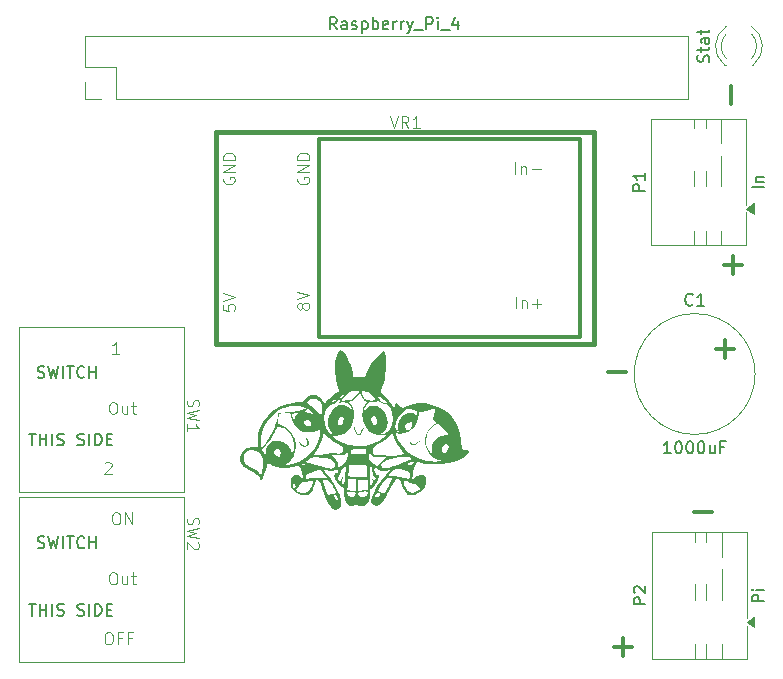
<source format=gbr>
%TF.GenerationSoftware,KiCad,Pcbnew,9.0.3*%
%TF.CreationDate,2025-08-26T20:29:16+05:30*%
%TF.ProjectId,01,30312e6b-6963-4616-945f-706362585858,rev?*%
%TF.SameCoordinates,Original*%
%TF.FileFunction,Legend,Top*%
%TF.FilePolarity,Positive*%
%FSLAX46Y46*%
G04 Gerber Fmt 4.6, Leading zero omitted, Abs format (unit mm)*
G04 Created by KiCad (PCBNEW 9.0.3) date 2025-08-26 20:29:16*
%MOMM*%
%LPD*%
G01*
G04 APERTURE LIST*
%ADD10C,0.300000*%
%ADD11C,0.100000*%
%ADD12C,0.150000*%
%ADD13C,0.400000*%
%ADD14C,0.000000*%
%ADD15C,0.120000*%
G04 APERTURE END LIST*
D10*
X120118095Y-70587733D02*
X121641905Y-70587733D01*
X127368095Y-82437733D02*
X128891905Y-82437733D01*
X130477733Y-47901904D02*
X130477733Y-46378095D01*
X129918095Y-61487733D02*
X131441905Y-61487733D01*
X130680000Y-62249638D02*
X130680000Y-60725828D01*
X129218095Y-68587733D02*
X130741905Y-68587733D01*
X129980000Y-69349638D02*
X129980000Y-67825828D01*
X120568095Y-93887733D02*
X122091905Y-93887733D01*
X121330000Y-94649638D02*
X121330000Y-93125828D01*
D11*
X84520200Y-72906667D02*
X84472580Y-73049524D01*
X84472580Y-73049524D02*
X84472580Y-73287619D01*
X84472580Y-73287619D02*
X84520200Y-73382857D01*
X84520200Y-73382857D02*
X84567819Y-73430476D01*
X84567819Y-73430476D02*
X84663057Y-73478095D01*
X84663057Y-73478095D02*
X84758295Y-73478095D01*
X84758295Y-73478095D02*
X84853533Y-73430476D01*
X84853533Y-73430476D02*
X84901152Y-73382857D01*
X84901152Y-73382857D02*
X84948771Y-73287619D01*
X84948771Y-73287619D02*
X84996390Y-73097143D01*
X84996390Y-73097143D02*
X85044009Y-73001905D01*
X85044009Y-73001905D02*
X85091628Y-72954286D01*
X85091628Y-72954286D02*
X85186866Y-72906667D01*
X85186866Y-72906667D02*
X85282104Y-72906667D01*
X85282104Y-72906667D02*
X85377342Y-72954286D01*
X85377342Y-72954286D02*
X85424961Y-73001905D01*
X85424961Y-73001905D02*
X85472580Y-73097143D01*
X85472580Y-73097143D02*
X85472580Y-73335238D01*
X85472580Y-73335238D02*
X85424961Y-73478095D01*
X85472580Y-73811429D02*
X84472580Y-74049524D01*
X84472580Y-74049524D02*
X85186866Y-74240000D01*
X85186866Y-74240000D02*
X84472580Y-74430476D01*
X84472580Y-74430476D02*
X85472580Y-74668572D01*
X84472580Y-75573333D02*
X84472580Y-75001905D01*
X84472580Y-75287619D02*
X85472580Y-75287619D01*
X85472580Y-75287619D02*
X85329723Y-75192381D01*
X85329723Y-75192381D02*
X85234485Y-75097143D01*
X85234485Y-75097143D02*
X85186866Y-75001905D01*
D12*
X71078922Y-75784819D02*
X71650350Y-75784819D01*
X71364636Y-76784819D02*
X71364636Y-75784819D01*
X71983684Y-76784819D02*
X71983684Y-75784819D01*
X71983684Y-76261009D02*
X72555112Y-76261009D01*
X72555112Y-76784819D02*
X72555112Y-75784819D01*
X73031303Y-76784819D02*
X73031303Y-75784819D01*
X73459874Y-76737200D02*
X73602731Y-76784819D01*
X73602731Y-76784819D02*
X73840826Y-76784819D01*
X73840826Y-76784819D02*
X73936064Y-76737200D01*
X73936064Y-76737200D02*
X73983683Y-76689580D01*
X73983683Y-76689580D02*
X74031302Y-76594342D01*
X74031302Y-76594342D02*
X74031302Y-76499104D01*
X74031302Y-76499104D02*
X73983683Y-76403866D01*
X73983683Y-76403866D02*
X73936064Y-76356247D01*
X73936064Y-76356247D02*
X73840826Y-76308628D01*
X73840826Y-76308628D02*
X73650350Y-76261009D01*
X73650350Y-76261009D02*
X73555112Y-76213390D01*
X73555112Y-76213390D02*
X73507493Y-76165771D01*
X73507493Y-76165771D02*
X73459874Y-76070533D01*
X73459874Y-76070533D02*
X73459874Y-75975295D01*
X73459874Y-75975295D02*
X73507493Y-75880057D01*
X73507493Y-75880057D02*
X73555112Y-75832438D01*
X73555112Y-75832438D02*
X73650350Y-75784819D01*
X73650350Y-75784819D02*
X73888445Y-75784819D01*
X73888445Y-75784819D02*
X74031302Y-75832438D01*
X75174160Y-76737200D02*
X75317017Y-76784819D01*
X75317017Y-76784819D02*
X75555112Y-76784819D01*
X75555112Y-76784819D02*
X75650350Y-76737200D01*
X75650350Y-76737200D02*
X75697969Y-76689580D01*
X75697969Y-76689580D02*
X75745588Y-76594342D01*
X75745588Y-76594342D02*
X75745588Y-76499104D01*
X75745588Y-76499104D02*
X75697969Y-76403866D01*
X75697969Y-76403866D02*
X75650350Y-76356247D01*
X75650350Y-76356247D02*
X75555112Y-76308628D01*
X75555112Y-76308628D02*
X75364636Y-76261009D01*
X75364636Y-76261009D02*
X75269398Y-76213390D01*
X75269398Y-76213390D02*
X75221779Y-76165771D01*
X75221779Y-76165771D02*
X75174160Y-76070533D01*
X75174160Y-76070533D02*
X75174160Y-75975295D01*
X75174160Y-75975295D02*
X75221779Y-75880057D01*
X75221779Y-75880057D02*
X75269398Y-75832438D01*
X75269398Y-75832438D02*
X75364636Y-75784819D01*
X75364636Y-75784819D02*
X75602731Y-75784819D01*
X75602731Y-75784819D02*
X75745588Y-75832438D01*
X76174160Y-76784819D02*
X76174160Y-75784819D01*
X76650350Y-76784819D02*
X76650350Y-75784819D01*
X76650350Y-75784819D02*
X76888445Y-75784819D01*
X76888445Y-75784819D02*
X77031302Y-75832438D01*
X77031302Y-75832438D02*
X77126540Y-75927676D01*
X77126540Y-75927676D02*
X77174159Y-76022914D01*
X77174159Y-76022914D02*
X77221778Y-76213390D01*
X77221778Y-76213390D02*
X77221778Y-76356247D01*
X77221778Y-76356247D02*
X77174159Y-76546723D01*
X77174159Y-76546723D02*
X77126540Y-76641961D01*
X77126540Y-76641961D02*
X77031302Y-76737200D01*
X77031302Y-76737200D02*
X76888445Y-76784819D01*
X76888445Y-76784819D02*
X76650350Y-76784819D01*
X77650350Y-76261009D02*
X77983683Y-76261009D01*
X78126540Y-76784819D02*
X77650350Y-76784819D01*
X77650350Y-76784819D02*
X77650350Y-75784819D01*
X77650350Y-75784819D02*
X78126540Y-75784819D01*
D11*
X78697693Y-69040419D02*
X78126265Y-69040419D01*
X78411979Y-69040419D02*
X78411979Y-68040419D01*
X78411979Y-68040419D02*
X78316741Y-68183276D01*
X78316741Y-68183276D02*
X78221503Y-68278514D01*
X78221503Y-68278514D02*
X78126265Y-68326133D01*
D12*
X71809160Y-71022200D02*
X71952017Y-71069819D01*
X71952017Y-71069819D02*
X72190112Y-71069819D01*
X72190112Y-71069819D02*
X72285350Y-71022200D01*
X72285350Y-71022200D02*
X72332969Y-70974580D01*
X72332969Y-70974580D02*
X72380588Y-70879342D01*
X72380588Y-70879342D02*
X72380588Y-70784104D01*
X72380588Y-70784104D02*
X72332969Y-70688866D01*
X72332969Y-70688866D02*
X72285350Y-70641247D01*
X72285350Y-70641247D02*
X72190112Y-70593628D01*
X72190112Y-70593628D02*
X71999636Y-70546009D01*
X71999636Y-70546009D02*
X71904398Y-70498390D01*
X71904398Y-70498390D02*
X71856779Y-70450771D01*
X71856779Y-70450771D02*
X71809160Y-70355533D01*
X71809160Y-70355533D02*
X71809160Y-70260295D01*
X71809160Y-70260295D02*
X71856779Y-70165057D01*
X71856779Y-70165057D02*
X71904398Y-70117438D01*
X71904398Y-70117438D02*
X71999636Y-70069819D01*
X71999636Y-70069819D02*
X72237731Y-70069819D01*
X72237731Y-70069819D02*
X72380588Y-70117438D01*
X72713922Y-70069819D02*
X72952017Y-71069819D01*
X72952017Y-71069819D02*
X73142493Y-70355533D01*
X73142493Y-70355533D02*
X73332969Y-71069819D01*
X73332969Y-71069819D02*
X73571065Y-70069819D01*
X73952017Y-71069819D02*
X73952017Y-70069819D01*
X74285350Y-70069819D02*
X74856778Y-70069819D01*
X74571064Y-71069819D02*
X74571064Y-70069819D01*
X75761540Y-70974580D02*
X75713921Y-71022200D01*
X75713921Y-71022200D02*
X75571064Y-71069819D01*
X75571064Y-71069819D02*
X75475826Y-71069819D01*
X75475826Y-71069819D02*
X75332969Y-71022200D01*
X75332969Y-71022200D02*
X75237731Y-70926961D01*
X75237731Y-70926961D02*
X75190112Y-70831723D01*
X75190112Y-70831723D02*
X75142493Y-70641247D01*
X75142493Y-70641247D02*
X75142493Y-70498390D01*
X75142493Y-70498390D02*
X75190112Y-70307914D01*
X75190112Y-70307914D02*
X75237731Y-70212676D01*
X75237731Y-70212676D02*
X75332969Y-70117438D01*
X75332969Y-70117438D02*
X75475826Y-70069819D01*
X75475826Y-70069819D02*
X75571064Y-70069819D01*
X75571064Y-70069819D02*
X75713921Y-70117438D01*
X75713921Y-70117438D02*
X75761540Y-70165057D01*
X76190112Y-71069819D02*
X76190112Y-70069819D01*
X76190112Y-70546009D02*
X76761540Y-70546009D01*
X76761540Y-71069819D02*
X76761540Y-70069819D01*
D11*
X78110360Y-73120419D02*
X78300836Y-73120419D01*
X78300836Y-73120419D02*
X78396074Y-73168038D01*
X78396074Y-73168038D02*
X78491312Y-73263276D01*
X78491312Y-73263276D02*
X78538931Y-73453752D01*
X78538931Y-73453752D02*
X78538931Y-73787085D01*
X78538931Y-73787085D02*
X78491312Y-73977561D01*
X78491312Y-73977561D02*
X78396074Y-74072800D01*
X78396074Y-74072800D02*
X78300836Y-74120419D01*
X78300836Y-74120419D02*
X78110360Y-74120419D01*
X78110360Y-74120419D02*
X78015122Y-74072800D01*
X78015122Y-74072800D02*
X77919884Y-73977561D01*
X77919884Y-73977561D02*
X77872265Y-73787085D01*
X77872265Y-73787085D02*
X77872265Y-73453752D01*
X77872265Y-73453752D02*
X77919884Y-73263276D01*
X77919884Y-73263276D02*
X78015122Y-73168038D01*
X78015122Y-73168038D02*
X78110360Y-73120419D01*
X79396074Y-73453752D02*
X79396074Y-74120419D01*
X78967503Y-73453752D02*
X78967503Y-73977561D01*
X78967503Y-73977561D02*
X79015122Y-74072800D01*
X79015122Y-74072800D02*
X79110360Y-74120419D01*
X79110360Y-74120419D02*
X79253217Y-74120419D01*
X79253217Y-74120419D02*
X79348455Y-74072800D01*
X79348455Y-74072800D02*
X79396074Y-74025180D01*
X79729408Y-73453752D02*
X80110360Y-73453752D01*
X79872265Y-73120419D02*
X79872265Y-73977561D01*
X79872265Y-73977561D02*
X79919884Y-74072800D01*
X79919884Y-74072800D02*
X80015122Y-74120419D01*
X80015122Y-74120419D02*
X80110360Y-74120419D01*
X77491265Y-78295657D02*
X77538884Y-78248038D01*
X77538884Y-78248038D02*
X77634122Y-78200419D01*
X77634122Y-78200419D02*
X77872217Y-78200419D01*
X77872217Y-78200419D02*
X77967455Y-78248038D01*
X77967455Y-78248038D02*
X78015074Y-78295657D01*
X78015074Y-78295657D02*
X78062693Y-78390895D01*
X78062693Y-78390895D02*
X78062693Y-78486133D01*
X78062693Y-78486133D02*
X78015074Y-78628990D01*
X78015074Y-78628990D02*
X77443646Y-79200419D01*
X77443646Y-79200419D02*
X78062693Y-79200419D01*
X101630476Y-48897419D02*
X101963809Y-49897419D01*
X101963809Y-49897419D02*
X102297142Y-48897419D01*
X103201904Y-49897419D02*
X102868571Y-49421228D01*
X102630476Y-49897419D02*
X102630476Y-48897419D01*
X102630476Y-48897419D02*
X103011428Y-48897419D01*
X103011428Y-48897419D02*
X103106666Y-48945038D01*
X103106666Y-48945038D02*
X103154285Y-48992657D01*
X103154285Y-48992657D02*
X103201904Y-49087895D01*
X103201904Y-49087895D02*
X103201904Y-49230752D01*
X103201904Y-49230752D02*
X103154285Y-49325990D01*
X103154285Y-49325990D02*
X103106666Y-49373609D01*
X103106666Y-49373609D02*
X103011428Y-49421228D01*
X103011428Y-49421228D02*
X102630476Y-49421228D01*
X104154285Y-49897419D02*
X103582857Y-49897419D01*
X103868571Y-49897419D02*
X103868571Y-48897419D01*
X103868571Y-48897419D02*
X103773333Y-49040276D01*
X103773333Y-49040276D02*
X103678095Y-49135514D01*
X103678095Y-49135514D02*
X103582857Y-49183133D01*
X93850038Y-54112306D02*
X93802419Y-54207544D01*
X93802419Y-54207544D02*
X93802419Y-54350401D01*
X93802419Y-54350401D02*
X93850038Y-54493258D01*
X93850038Y-54493258D02*
X93945276Y-54588496D01*
X93945276Y-54588496D02*
X94040514Y-54636115D01*
X94040514Y-54636115D02*
X94230990Y-54683734D01*
X94230990Y-54683734D02*
X94373847Y-54683734D01*
X94373847Y-54683734D02*
X94564323Y-54636115D01*
X94564323Y-54636115D02*
X94659561Y-54588496D01*
X94659561Y-54588496D02*
X94754800Y-54493258D01*
X94754800Y-54493258D02*
X94802419Y-54350401D01*
X94802419Y-54350401D02*
X94802419Y-54255163D01*
X94802419Y-54255163D02*
X94754800Y-54112306D01*
X94754800Y-54112306D02*
X94707180Y-54064687D01*
X94707180Y-54064687D02*
X94373847Y-54064687D01*
X94373847Y-54064687D02*
X94373847Y-54255163D01*
X94802419Y-53636115D02*
X93802419Y-53636115D01*
X93802419Y-53636115D02*
X94802419Y-53064687D01*
X94802419Y-53064687D02*
X93802419Y-53064687D01*
X94802419Y-52588496D02*
X93802419Y-52588496D01*
X93802419Y-52588496D02*
X93802419Y-52350401D01*
X93802419Y-52350401D02*
X93850038Y-52207544D01*
X93850038Y-52207544D02*
X93945276Y-52112306D01*
X93945276Y-52112306D02*
X94040514Y-52064687D01*
X94040514Y-52064687D02*
X94230990Y-52017068D01*
X94230990Y-52017068D02*
X94373847Y-52017068D01*
X94373847Y-52017068D02*
X94564323Y-52064687D01*
X94564323Y-52064687D02*
X94659561Y-52112306D01*
X94659561Y-52112306D02*
X94754800Y-52207544D01*
X94754800Y-52207544D02*
X94802419Y-52350401D01*
X94802419Y-52350401D02*
X94802419Y-52588496D01*
X112313884Y-65182419D02*
X112313884Y-64182419D01*
X112790074Y-64515752D02*
X112790074Y-65182419D01*
X112790074Y-64610990D02*
X112837693Y-64563371D01*
X112837693Y-64563371D02*
X112932931Y-64515752D01*
X112932931Y-64515752D02*
X113075788Y-64515752D01*
X113075788Y-64515752D02*
X113171026Y-64563371D01*
X113171026Y-64563371D02*
X113218645Y-64658609D01*
X113218645Y-64658609D02*
X113218645Y-65182419D01*
X113694836Y-64801466D02*
X114456741Y-64801466D01*
X114075788Y-65182419D02*
X114075788Y-64420514D01*
X87502419Y-64859925D02*
X87502419Y-65336115D01*
X87502419Y-65336115D02*
X87978609Y-65383734D01*
X87978609Y-65383734D02*
X87930990Y-65336115D01*
X87930990Y-65336115D02*
X87883371Y-65240877D01*
X87883371Y-65240877D02*
X87883371Y-65002782D01*
X87883371Y-65002782D02*
X87930990Y-64907544D01*
X87930990Y-64907544D02*
X87978609Y-64859925D01*
X87978609Y-64859925D02*
X88073847Y-64812306D01*
X88073847Y-64812306D02*
X88311942Y-64812306D01*
X88311942Y-64812306D02*
X88407180Y-64859925D01*
X88407180Y-64859925D02*
X88454800Y-64907544D01*
X88454800Y-64907544D02*
X88502419Y-65002782D01*
X88502419Y-65002782D02*
X88502419Y-65240877D01*
X88502419Y-65240877D02*
X88454800Y-65336115D01*
X88454800Y-65336115D02*
X88407180Y-65383734D01*
X87502419Y-64526591D02*
X88502419Y-64193258D01*
X88502419Y-64193258D02*
X87502419Y-63859925D01*
X87550038Y-54112306D02*
X87502419Y-54207544D01*
X87502419Y-54207544D02*
X87502419Y-54350401D01*
X87502419Y-54350401D02*
X87550038Y-54493258D01*
X87550038Y-54493258D02*
X87645276Y-54588496D01*
X87645276Y-54588496D02*
X87740514Y-54636115D01*
X87740514Y-54636115D02*
X87930990Y-54683734D01*
X87930990Y-54683734D02*
X88073847Y-54683734D01*
X88073847Y-54683734D02*
X88264323Y-54636115D01*
X88264323Y-54636115D02*
X88359561Y-54588496D01*
X88359561Y-54588496D02*
X88454800Y-54493258D01*
X88454800Y-54493258D02*
X88502419Y-54350401D01*
X88502419Y-54350401D02*
X88502419Y-54255163D01*
X88502419Y-54255163D02*
X88454800Y-54112306D01*
X88454800Y-54112306D02*
X88407180Y-54064687D01*
X88407180Y-54064687D02*
X88073847Y-54064687D01*
X88073847Y-54064687D02*
X88073847Y-54255163D01*
X88502419Y-53636115D02*
X87502419Y-53636115D01*
X87502419Y-53636115D02*
X88502419Y-53064687D01*
X88502419Y-53064687D02*
X87502419Y-53064687D01*
X88502419Y-52588496D02*
X87502419Y-52588496D01*
X87502419Y-52588496D02*
X87502419Y-52350401D01*
X87502419Y-52350401D02*
X87550038Y-52207544D01*
X87550038Y-52207544D02*
X87645276Y-52112306D01*
X87645276Y-52112306D02*
X87740514Y-52064687D01*
X87740514Y-52064687D02*
X87930990Y-52017068D01*
X87930990Y-52017068D02*
X88073847Y-52017068D01*
X88073847Y-52017068D02*
X88264323Y-52064687D01*
X88264323Y-52064687D02*
X88359561Y-52112306D01*
X88359561Y-52112306D02*
X88454800Y-52207544D01*
X88454800Y-52207544D02*
X88502419Y-52350401D01*
X88502419Y-52350401D02*
X88502419Y-52588496D01*
X112263884Y-53792419D02*
X112263884Y-52792419D01*
X112740074Y-53125752D02*
X112740074Y-53792419D01*
X112740074Y-53220990D02*
X112787693Y-53173371D01*
X112787693Y-53173371D02*
X112882931Y-53125752D01*
X112882931Y-53125752D02*
X113025788Y-53125752D01*
X113025788Y-53125752D02*
X113121026Y-53173371D01*
X113121026Y-53173371D02*
X113168645Y-53268609D01*
X113168645Y-53268609D02*
X113168645Y-53792419D01*
X113644836Y-53411466D02*
X114406741Y-53411466D01*
X94230990Y-65093258D02*
X94183371Y-65188496D01*
X94183371Y-65188496D02*
X94135752Y-65236115D01*
X94135752Y-65236115D02*
X94040514Y-65283734D01*
X94040514Y-65283734D02*
X93992895Y-65283734D01*
X93992895Y-65283734D02*
X93897657Y-65236115D01*
X93897657Y-65236115D02*
X93850038Y-65188496D01*
X93850038Y-65188496D02*
X93802419Y-65093258D01*
X93802419Y-65093258D02*
X93802419Y-64902782D01*
X93802419Y-64902782D02*
X93850038Y-64807544D01*
X93850038Y-64807544D02*
X93897657Y-64759925D01*
X93897657Y-64759925D02*
X93992895Y-64712306D01*
X93992895Y-64712306D02*
X94040514Y-64712306D01*
X94040514Y-64712306D02*
X94135752Y-64759925D01*
X94135752Y-64759925D02*
X94183371Y-64807544D01*
X94183371Y-64807544D02*
X94230990Y-64902782D01*
X94230990Y-64902782D02*
X94230990Y-65093258D01*
X94230990Y-65093258D02*
X94278609Y-65188496D01*
X94278609Y-65188496D02*
X94326228Y-65236115D01*
X94326228Y-65236115D02*
X94421466Y-65283734D01*
X94421466Y-65283734D02*
X94611942Y-65283734D01*
X94611942Y-65283734D02*
X94707180Y-65236115D01*
X94707180Y-65236115D02*
X94754800Y-65188496D01*
X94754800Y-65188496D02*
X94802419Y-65093258D01*
X94802419Y-65093258D02*
X94802419Y-64902782D01*
X94802419Y-64902782D02*
X94754800Y-64807544D01*
X94754800Y-64807544D02*
X94707180Y-64759925D01*
X94707180Y-64759925D02*
X94611942Y-64712306D01*
X94611942Y-64712306D02*
X94421466Y-64712306D01*
X94421466Y-64712306D02*
X94326228Y-64759925D01*
X94326228Y-64759925D02*
X94278609Y-64807544D01*
X94278609Y-64807544D02*
X94230990Y-64902782D01*
X93802419Y-64426591D02*
X94802419Y-64093258D01*
X94802419Y-64093258D02*
X93802419Y-63759925D01*
D12*
X123264819Y-90228094D02*
X122264819Y-90228094D01*
X122264819Y-90228094D02*
X122264819Y-89847142D01*
X122264819Y-89847142D02*
X122312438Y-89751904D01*
X122312438Y-89751904D02*
X122360057Y-89704285D01*
X122360057Y-89704285D02*
X122455295Y-89656666D01*
X122455295Y-89656666D02*
X122598152Y-89656666D01*
X122598152Y-89656666D02*
X122693390Y-89704285D01*
X122693390Y-89704285D02*
X122741009Y-89751904D01*
X122741009Y-89751904D02*
X122788628Y-89847142D01*
X122788628Y-89847142D02*
X122788628Y-90228094D01*
X122360057Y-89275713D02*
X122312438Y-89228094D01*
X122312438Y-89228094D02*
X122264819Y-89132856D01*
X122264819Y-89132856D02*
X122264819Y-88894761D01*
X122264819Y-88894761D02*
X122312438Y-88799523D01*
X122312438Y-88799523D02*
X122360057Y-88751904D01*
X122360057Y-88751904D02*
X122455295Y-88704285D01*
X122455295Y-88704285D02*
X122550533Y-88704285D01*
X122550533Y-88704285D02*
X122693390Y-88751904D01*
X122693390Y-88751904D02*
X123264819Y-89323332D01*
X123264819Y-89323332D02*
X123264819Y-88704285D01*
X133304819Y-89989999D02*
X132304819Y-89989999D01*
X132304819Y-89989999D02*
X132304819Y-89609047D01*
X132304819Y-89609047D02*
X132352438Y-89513809D01*
X132352438Y-89513809D02*
X132400057Y-89466190D01*
X132400057Y-89466190D02*
X132495295Y-89418571D01*
X132495295Y-89418571D02*
X132638152Y-89418571D01*
X132638152Y-89418571D02*
X132733390Y-89466190D01*
X132733390Y-89466190D02*
X132781009Y-89513809D01*
X132781009Y-89513809D02*
X132828628Y-89609047D01*
X132828628Y-89609047D02*
X132828628Y-89989999D01*
X133304819Y-88989999D02*
X132638152Y-88989999D01*
X132304819Y-88989999D02*
X132352438Y-89037618D01*
X132352438Y-89037618D02*
X132400057Y-88989999D01*
X132400057Y-88989999D02*
X132352438Y-88942380D01*
X132352438Y-88942380D02*
X132304819Y-88989999D01*
X132304819Y-88989999D02*
X132400057Y-88989999D01*
X97122856Y-41544819D02*
X96789523Y-41068628D01*
X96551428Y-41544819D02*
X96551428Y-40544819D01*
X96551428Y-40544819D02*
X96932380Y-40544819D01*
X96932380Y-40544819D02*
X97027618Y-40592438D01*
X97027618Y-40592438D02*
X97075237Y-40640057D01*
X97075237Y-40640057D02*
X97122856Y-40735295D01*
X97122856Y-40735295D02*
X97122856Y-40878152D01*
X97122856Y-40878152D02*
X97075237Y-40973390D01*
X97075237Y-40973390D02*
X97027618Y-41021009D01*
X97027618Y-41021009D02*
X96932380Y-41068628D01*
X96932380Y-41068628D02*
X96551428Y-41068628D01*
X97979999Y-41544819D02*
X97979999Y-41021009D01*
X97979999Y-41021009D02*
X97932380Y-40925771D01*
X97932380Y-40925771D02*
X97837142Y-40878152D01*
X97837142Y-40878152D02*
X97646666Y-40878152D01*
X97646666Y-40878152D02*
X97551428Y-40925771D01*
X97979999Y-41497200D02*
X97884761Y-41544819D01*
X97884761Y-41544819D02*
X97646666Y-41544819D01*
X97646666Y-41544819D02*
X97551428Y-41497200D01*
X97551428Y-41497200D02*
X97503809Y-41401961D01*
X97503809Y-41401961D02*
X97503809Y-41306723D01*
X97503809Y-41306723D02*
X97551428Y-41211485D01*
X97551428Y-41211485D02*
X97646666Y-41163866D01*
X97646666Y-41163866D02*
X97884761Y-41163866D01*
X97884761Y-41163866D02*
X97979999Y-41116247D01*
X98408571Y-41497200D02*
X98503809Y-41544819D01*
X98503809Y-41544819D02*
X98694285Y-41544819D01*
X98694285Y-41544819D02*
X98789523Y-41497200D01*
X98789523Y-41497200D02*
X98837142Y-41401961D01*
X98837142Y-41401961D02*
X98837142Y-41354342D01*
X98837142Y-41354342D02*
X98789523Y-41259104D01*
X98789523Y-41259104D02*
X98694285Y-41211485D01*
X98694285Y-41211485D02*
X98551428Y-41211485D01*
X98551428Y-41211485D02*
X98456190Y-41163866D01*
X98456190Y-41163866D02*
X98408571Y-41068628D01*
X98408571Y-41068628D02*
X98408571Y-41021009D01*
X98408571Y-41021009D02*
X98456190Y-40925771D01*
X98456190Y-40925771D02*
X98551428Y-40878152D01*
X98551428Y-40878152D02*
X98694285Y-40878152D01*
X98694285Y-40878152D02*
X98789523Y-40925771D01*
X99265714Y-40878152D02*
X99265714Y-41878152D01*
X99265714Y-40925771D02*
X99360952Y-40878152D01*
X99360952Y-40878152D02*
X99551428Y-40878152D01*
X99551428Y-40878152D02*
X99646666Y-40925771D01*
X99646666Y-40925771D02*
X99694285Y-40973390D01*
X99694285Y-40973390D02*
X99741904Y-41068628D01*
X99741904Y-41068628D02*
X99741904Y-41354342D01*
X99741904Y-41354342D02*
X99694285Y-41449580D01*
X99694285Y-41449580D02*
X99646666Y-41497200D01*
X99646666Y-41497200D02*
X99551428Y-41544819D01*
X99551428Y-41544819D02*
X99360952Y-41544819D01*
X99360952Y-41544819D02*
X99265714Y-41497200D01*
X100170476Y-41544819D02*
X100170476Y-40544819D01*
X100170476Y-40925771D02*
X100265714Y-40878152D01*
X100265714Y-40878152D02*
X100456190Y-40878152D01*
X100456190Y-40878152D02*
X100551428Y-40925771D01*
X100551428Y-40925771D02*
X100599047Y-40973390D01*
X100599047Y-40973390D02*
X100646666Y-41068628D01*
X100646666Y-41068628D02*
X100646666Y-41354342D01*
X100646666Y-41354342D02*
X100599047Y-41449580D01*
X100599047Y-41449580D02*
X100551428Y-41497200D01*
X100551428Y-41497200D02*
X100456190Y-41544819D01*
X100456190Y-41544819D02*
X100265714Y-41544819D01*
X100265714Y-41544819D02*
X100170476Y-41497200D01*
X101456190Y-41497200D02*
X101360952Y-41544819D01*
X101360952Y-41544819D02*
X101170476Y-41544819D01*
X101170476Y-41544819D02*
X101075238Y-41497200D01*
X101075238Y-41497200D02*
X101027619Y-41401961D01*
X101027619Y-41401961D02*
X101027619Y-41021009D01*
X101027619Y-41021009D02*
X101075238Y-40925771D01*
X101075238Y-40925771D02*
X101170476Y-40878152D01*
X101170476Y-40878152D02*
X101360952Y-40878152D01*
X101360952Y-40878152D02*
X101456190Y-40925771D01*
X101456190Y-40925771D02*
X101503809Y-41021009D01*
X101503809Y-41021009D02*
X101503809Y-41116247D01*
X101503809Y-41116247D02*
X101027619Y-41211485D01*
X101932381Y-41544819D02*
X101932381Y-40878152D01*
X101932381Y-41068628D02*
X101980000Y-40973390D01*
X101980000Y-40973390D02*
X102027619Y-40925771D01*
X102027619Y-40925771D02*
X102122857Y-40878152D01*
X102122857Y-40878152D02*
X102218095Y-40878152D01*
X102551429Y-41544819D02*
X102551429Y-40878152D01*
X102551429Y-41068628D02*
X102599048Y-40973390D01*
X102599048Y-40973390D02*
X102646667Y-40925771D01*
X102646667Y-40925771D02*
X102741905Y-40878152D01*
X102741905Y-40878152D02*
X102837143Y-40878152D01*
X103075239Y-40878152D02*
X103313334Y-41544819D01*
X103551429Y-40878152D02*
X103313334Y-41544819D01*
X103313334Y-41544819D02*
X103218096Y-41782914D01*
X103218096Y-41782914D02*
X103170477Y-41830533D01*
X103170477Y-41830533D02*
X103075239Y-41878152D01*
X103694287Y-41640057D02*
X104456191Y-41640057D01*
X104694287Y-41544819D02*
X104694287Y-40544819D01*
X104694287Y-40544819D02*
X105075239Y-40544819D01*
X105075239Y-40544819D02*
X105170477Y-40592438D01*
X105170477Y-40592438D02*
X105218096Y-40640057D01*
X105218096Y-40640057D02*
X105265715Y-40735295D01*
X105265715Y-40735295D02*
X105265715Y-40878152D01*
X105265715Y-40878152D02*
X105218096Y-40973390D01*
X105218096Y-40973390D02*
X105170477Y-41021009D01*
X105170477Y-41021009D02*
X105075239Y-41068628D01*
X105075239Y-41068628D02*
X104694287Y-41068628D01*
X105694287Y-41544819D02*
X105694287Y-40878152D01*
X105694287Y-40544819D02*
X105646668Y-40592438D01*
X105646668Y-40592438D02*
X105694287Y-40640057D01*
X105694287Y-40640057D02*
X105741906Y-40592438D01*
X105741906Y-40592438D02*
X105694287Y-40544819D01*
X105694287Y-40544819D02*
X105694287Y-40640057D01*
X105932382Y-41640057D02*
X106694286Y-41640057D01*
X107360953Y-40878152D02*
X107360953Y-41544819D01*
X107122858Y-40497200D02*
X106884763Y-41211485D01*
X106884763Y-41211485D02*
X107503810Y-41211485D01*
X127263333Y-64849580D02*
X127215714Y-64897200D01*
X127215714Y-64897200D02*
X127072857Y-64944819D01*
X127072857Y-64944819D02*
X126977619Y-64944819D01*
X126977619Y-64944819D02*
X126834762Y-64897200D01*
X126834762Y-64897200D02*
X126739524Y-64801961D01*
X126739524Y-64801961D02*
X126691905Y-64706723D01*
X126691905Y-64706723D02*
X126644286Y-64516247D01*
X126644286Y-64516247D02*
X126644286Y-64373390D01*
X126644286Y-64373390D02*
X126691905Y-64182914D01*
X126691905Y-64182914D02*
X126739524Y-64087676D01*
X126739524Y-64087676D02*
X126834762Y-63992438D01*
X126834762Y-63992438D02*
X126977619Y-63944819D01*
X126977619Y-63944819D02*
X127072857Y-63944819D01*
X127072857Y-63944819D02*
X127215714Y-63992438D01*
X127215714Y-63992438D02*
X127263333Y-64040057D01*
X128215714Y-64944819D02*
X127644286Y-64944819D01*
X127930000Y-64944819D02*
X127930000Y-63944819D01*
X127930000Y-63944819D02*
X127834762Y-64087676D01*
X127834762Y-64087676D02*
X127739524Y-64182914D01*
X127739524Y-64182914D02*
X127644286Y-64230533D01*
X125406190Y-77444819D02*
X124834762Y-77444819D01*
X125120476Y-77444819D02*
X125120476Y-76444819D01*
X125120476Y-76444819D02*
X125025238Y-76587676D01*
X125025238Y-76587676D02*
X124930000Y-76682914D01*
X124930000Y-76682914D02*
X124834762Y-76730533D01*
X126025238Y-76444819D02*
X126120476Y-76444819D01*
X126120476Y-76444819D02*
X126215714Y-76492438D01*
X126215714Y-76492438D02*
X126263333Y-76540057D01*
X126263333Y-76540057D02*
X126310952Y-76635295D01*
X126310952Y-76635295D02*
X126358571Y-76825771D01*
X126358571Y-76825771D02*
X126358571Y-77063866D01*
X126358571Y-77063866D02*
X126310952Y-77254342D01*
X126310952Y-77254342D02*
X126263333Y-77349580D01*
X126263333Y-77349580D02*
X126215714Y-77397200D01*
X126215714Y-77397200D02*
X126120476Y-77444819D01*
X126120476Y-77444819D02*
X126025238Y-77444819D01*
X126025238Y-77444819D02*
X125930000Y-77397200D01*
X125930000Y-77397200D02*
X125882381Y-77349580D01*
X125882381Y-77349580D02*
X125834762Y-77254342D01*
X125834762Y-77254342D02*
X125787143Y-77063866D01*
X125787143Y-77063866D02*
X125787143Y-76825771D01*
X125787143Y-76825771D02*
X125834762Y-76635295D01*
X125834762Y-76635295D02*
X125882381Y-76540057D01*
X125882381Y-76540057D02*
X125930000Y-76492438D01*
X125930000Y-76492438D02*
X126025238Y-76444819D01*
X126977619Y-76444819D02*
X127072857Y-76444819D01*
X127072857Y-76444819D02*
X127168095Y-76492438D01*
X127168095Y-76492438D02*
X127215714Y-76540057D01*
X127215714Y-76540057D02*
X127263333Y-76635295D01*
X127263333Y-76635295D02*
X127310952Y-76825771D01*
X127310952Y-76825771D02*
X127310952Y-77063866D01*
X127310952Y-77063866D02*
X127263333Y-77254342D01*
X127263333Y-77254342D02*
X127215714Y-77349580D01*
X127215714Y-77349580D02*
X127168095Y-77397200D01*
X127168095Y-77397200D02*
X127072857Y-77444819D01*
X127072857Y-77444819D02*
X126977619Y-77444819D01*
X126977619Y-77444819D02*
X126882381Y-77397200D01*
X126882381Y-77397200D02*
X126834762Y-77349580D01*
X126834762Y-77349580D02*
X126787143Y-77254342D01*
X126787143Y-77254342D02*
X126739524Y-77063866D01*
X126739524Y-77063866D02*
X126739524Y-76825771D01*
X126739524Y-76825771D02*
X126787143Y-76635295D01*
X126787143Y-76635295D02*
X126834762Y-76540057D01*
X126834762Y-76540057D02*
X126882381Y-76492438D01*
X126882381Y-76492438D02*
X126977619Y-76444819D01*
X127930000Y-76444819D02*
X128025238Y-76444819D01*
X128025238Y-76444819D02*
X128120476Y-76492438D01*
X128120476Y-76492438D02*
X128168095Y-76540057D01*
X128168095Y-76540057D02*
X128215714Y-76635295D01*
X128215714Y-76635295D02*
X128263333Y-76825771D01*
X128263333Y-76825771D02*
X128263333Y-77063866D01*
X128263333Y-77063866D02*
X128215714Y-77254342D01*
X128215714Y-77254342D02*
X128168095Y-77349580D01*
X128168095Y-77349580D02*
X128120476Y-77397200D01*
X128120476Y-77397200D02*
X128025238Y-77444819D01*
X128025238Y-77444819D02*
X127930000Y-77444819D01*
X127930000Y-77444819D02*
X127834762Y-77397200D01*
X127834762Y-77397200D02*
X127787143Y-77349580D01*
X127787143Y-77349580D02*
X127739524Y-77254342D01*
X127739524Y-77254342D02*
X127691905Y-77063866D01*
X127691905Y-77063866D02*
X127691905Y-76825771D01*
X127691905Y-76825771D02*
X127739524Y-76635295D01*
X127739524Y-76635295D02*
X127787143Y-76540057D01*
X127787143Y-76540057D02*
X127834762Y-76492438D01*
X127834762Y-76492438D02*
X127930000Y-76444819D01*
X129120476Y-76778152D02*
X129120476Y-77444819D01*
X128691905Y-76778152D02*
X128691905Y-77301961D01*
X128691905Y-77301961D02*
X128739524Y-77397200D01*
X128739524Y-77397200D02*
X128834762Y-77444819D01*
X128834762Y-77444819D02*
X128977619Y-77444819D01*
X128977619Y-77444819D02*
X129072857Y-77397200D01*
X129072857Y-77397200D02*
X129120476Y-77349580D01*
X129930000Y-76921009D02*
X129596667Y-76921009D01*
X129596667Y-77444819D02*
X129596667Y-76444819D01*
X129596667Y-76444819D02*
X130072857Y-76444819D01*
X123232319Y-55228094D02*
X122232319Y-55228094D01*
X122232319Y-55228094D02*
X122232319Y-54847142D01*
X122232319Y-54847142D02*
X122279938Y-54751904D01*
X122279938Y-54751904D02*
X122327557Y-54704285D01*
X122327557Y-54704285D02*
X122422795Y-54656666D01*
X122422795Y-54656666D02*
X122565652Y-54656666D01*
X122565652Y-54656666D02*
X122660890Y-54704285D01*
X122660890Y-54704285D02*
X122708509Y-54751904D01*
X122708509Y-54751904D02*
X122756128Y-54847142D01*
X122756128Y-54847142D02*
X122756128Y-55228094D01*
X123232319Y-53704285D02*
X123232319Y-54275713D01*
X123232319Y-53989999D02*
X122232319Y-53989999D01*
X122232319Y-53989999D02*
X122375176Y-54085237D01*
X122375176Y-54085237D02*
X122470414Y-54180475D01*
X122470414Y-54180475D02*
X122518033Y-54275713D01*
X133272319Y-54942380D02*
X132272319Y-54942380D01*
X132605652Y-54466190D02*
X133272319Y-54466190D01*
X132700890Y-54466190D02*
X132653271Y-54418571D01*
X132653271Y-54418571D02*
X132605652Y-54323333D01*
X132605652Y-54323333D02*
X132605652Y-54180476D01*
X132605652Y-54180476D02*
X132653271Y-54085238D01*
X132653271Y-54085238D02*
X132748509Y-54037619D01*
X132748509Y-54037619D02*
X133272319Y-54037619D01*
D11*
X84520200Y-82906667D02*
X84472580Y-83049524D01*
X84472580Y-83049524D02*
X84472580Y-83287619D01*
X84472580Y-83287619D02*
X84520200Y-83382857D01*
X84520200Y-83382857D02*
X84567819Y-83430476D01*
X84567819Y-83430476D02*
X84663057Y-83478095D01*
X84663057Y-83478095D02*
X84758295Y-83478095D01*
X84758295Y-83478095D02*
X84853533Y-83430476D01*
X84853533Y-83430476D02*
X84901152Y-83382857D01*
X84901152Y-83382857D02*
X84948771Y-83287619D01*
X84948771Y-83287619D02*
X84996390Y-83097143D01*
X84996390Y-83097143D02*
X85044009Y-83001905D01*
X85044009Y-83001905D02*
X85091628Y-82954286D01*
X85091628Y-82954286D02*
X85186866Y-82906667D01*
X85186866Y-82906667D02*
X85282104Y-82906667D01*
X85282104Y-82906667D02*
X85377342Y-82954286D01*
X85377342Y-82954286D02*
X85424961Y-83001905D01*
X85424961Y-83001905D02*
X85472580Y-83097143D01*
X85472580Y-83097143D02*
X85472580Y-83335238D01*
X85472580Y-83335238D02*
X85424961Y-83478095D01*
X85472580Y-83811429D02*
X84472580Y-84049524D01*
X84472580Y-84049524D02*
X85186866Y-84240000D01*
X85186866Y-84240000D02*
X84472580Y-84430476D01*
X84472580Y-84430476D02*
X85472580Y-84668572D01*
X85377342Y-85001905D02*
X85424961Y-85049524D01*
X85424961Y-85049524D02*
X85472580Y-85144762D01*
X85472580Y-85144762D02*
X85472580Y-85382857D01*
X85472580Y-85382857D02*
X85424961Y-85478095D01*
X85424961Y-85478095D02*
X85377342Y-85525714D01*
X85377342Y-85525714D02*
X85282104Y-85573333D01*
X85282104Y-85573333D02*
X85186866Y-85573333D01*
X85186866Y-85573333D02*
X85044009Y-85525714D01*
X85044009Y-85525714D02*
X84472580Y-84954286D01*
X84472580Y-84954286D02*
X84472580Y-85573333D01*
X78364360Y-82460419D02*
X78554836Y-82460419D01*
X78554836Y-82460419D02*
X78650074Y-82508038D01*
X78650074Y-82508038D02*
X78745312Y-82603276D01*
X78745312Y-82603276D02*
X78792931Y-82793752D01*
X78792931Y-82793752D02*
X78792931Y-83127085D01*
X78792931Y-83127085D02*
X78745312Y-83317561D01*
X78745312Y-83317561D02*
X78650074Y-83412800D01*
X78650074Y-83412800D02*
X78554836Y-83460419D01*
X78554836Y-83460419D02*
X78364360Y-83460419D01*
X78364360Y-83460419D02*
X78269122Y-83412800D01*
X78269122Y-83412800D02*
X78173884Y-83317561D01*
X78173884Y-83317561D02*
X78126265Y-83127085D01*
X78126265Y-83127085D02*
X78126265Y-82793752D01*
X78126265Y-82793752D02*
X78173884Y-82603276D01*
X78173884Y-82603276D02*
X78269122Y-82508038D01*
X78269122Y-82508038D02*
X78364360Y-82460419D01*
X79221503Y-83460419D02*
X79221503Y-82460419D01*
X79221503Y-82460419D02*
X79792931Y-83460419D01*
X79792931Y-83460419D02*
X79792931Y-82460419D01*
X78110360Y-87540419D02*
X78300836Y-87540419D01*
X78300836Y-87540419D02*
X78396074Y-87588038D01*
X78396074Y-87588038D02*
X78491312Y-87683276D01*
X78491312Y-87683276D02*
X78538931Y-87873752D01*
X78538931Y-87873752D02*
X78538931Y-88207085D01*
X78538931Y-88207085D02*
X78491312Y-88397561D01*
X78491312Y-88397561D02*
X78396074Y-88492800D01*
X78396074Y-88492800D02*
X78300836Y-88540419D01*
X78300836Y-88540419D02*
X78110360Y-88540419D01*
X78110360Y-88540419D02*
X78015122Y-88492800D01*
X78015122Y-88492800D02*
X77919884Y-88397561D01*
X77919884Y-88397561D02*
X77872265Y-88207085D01*
X77872265Y-88207085D02*
X77872265Y-87873752D01*
X77872265Y-87873752D02*
X77919884Y-87683276D01*
X77919884Y-87683276D02*
X78015122Y-87588038D01*
X78015122Y-87588038D02*
X78110360Y-87540419D01*
X79396074Y-87873752D02*
X79396074Y-88540419D01*
X78967503Y-87873752D02*
X78967503Y-88397561D01*
X78967503Y-88397561D02*
X79015122Y-88492800D01*
X79015122Y-88492800D02*
X79110360Y-88540419D01*
X79110360Y-88540419D02*
X79253217Y-88540419D01*
X79253217Y-88540419D02*
X79348455Y-88492800D01*
X79348455Y-88492800D02*
X79396074Y-88445180D01*
X79729408Y-87873752D02*
X80110360Y-87873752D01*
X79872265Y-87540419D02*
X79872265Y-88397561D01*
X79872265Y-88397561D02*
X79919884Y-88492800D01*
X79919884Y-88492800D02*
X80015122Y-88540419D01*
X80015122Y-88540419D02*
X80110360Y-88540419D01*
D12*
X71078922Y-90204819D02*
X71650350Y-90204819D01*
X71364636Y-91204819D02*
X71364636Y-90204819D01*
X71983684Y-91204819D02*
X71983684Y-90204819D01*
X71983684Y-90681009D02*
X72555112Y-90681009D01*
X72555112Y-91204819D02*
X72555112Y-90204819D01*
X73031303Y-91204819D02*
X73031303Y-90204819D01*
X73459874Y-91157200D02*
X73602731Y-91204819D01*
X73602731Y-91204819D02*
X73840826Y-91204819D01*
X73840826Y-91204819D02*
X73936064Y-91157200D01*
X73936064Y-91157200D02*
X73983683Y-91109580D01*
X73983683Y-91109580D02*
X74031302Y-91014342D01*
X74031302Y-91014342D02*
X74031302Y-90919104D01*
X74031302Y-90919104D02*
X73983683Y-90823866D01*
X73983683Y-90823866D02*
X73936064Y-90776247D01*
X73936064Y-90776247D02*
X73840826Y-90728628D01*
X73840826Y-90728628D02*
X73650350Y-90681009D01*
X73650350Y-90681009D02*
X73555112Y-90633390D01*
X73555112Y-90633390D02*
X73507493Y-90585771D01*
X73507493Y-90585771D02*
X73459874Y-90490533D01*
X73459874Y-90490533D02*
X73459874Y-90395295D01*
X73459874Y-90395295D02*
X73507493Y-90300057D01*
X73507493Y-90300057D02*
X73555112Y-90252438D01*
X73555112Y-90252438D02*
X73650350Y-90204819D01*
X73650350Y-90204819D02*
X73888445Y-90204819D01*
X73888445Y-90204819D02*
X74031302Y-90252438D01*
X75174160Y-91157200D02*
X75317017Y-91204819D01*
X75317017Y-91204819D02*
X75555112Y-91204819D01*
X75555112Y-91204819D02*
X75650350Y-91157200D01*
X75650350Y-91157200D02*
X75697969Y-91109580D01*
X75697969Y-91109580D02*
X75745588Y-91014342D01*
X75745588Y-91014342D02*
X75745588Y-90919104D01*
X75745588Y-90919104D02*
X75697969Y-90823866D01*
X75697969Y-90823866D02*
X75650350Y-90776247D01*
X75650350Y-90776247D02*
X75555112Y-90728628D01*
X75555112Y-90728628D02*
X75364636Y-90681009D01*
X75364636Y-90681009D02*
X75269398Y-90633390D01*
X75269398Y-90633390D02*
X75221779Y-90585771D01*
X75221779Y-90585771D02*
X75174160Y-90490533D01*
X75174160Y-90490533D02*
X75174160Y-90395295D01*
X75174160Y-90395295D02*
X75221779Y-90300057D01*
X75221779Y-90300057D02*
X75269398Y-90252438D01*
X75269398Y-90252438D02*
X75364636Y-90204819D01*
X75364636Y-90204819D02*
X75602731Y-90204819D01*
X75602731Y-90204819D02*
X75745588Y-90252438D01*
X76174160Y-91204819D02*
X76174160Y-90204819D01*
X76650350Y-91204819D02*
X76650350Y-90204819D01*
X76650350Y-90204819D02*
X76888445Y-90204819D01*
X76888445Y-90204819D02*
X77031302Y-90252438D01*
X77031302Y-90252438D02*
X77126540Y-90347676D01*
X77126540Y-90347676D02*
X77174159Y-90442914D01*
X77174159Y-90442914D02*
X77221778Y-90633390D01*
X77221778Y-90633390D02*
X77221778Y-90776247D01*
X77221778Y-90776247D02*
X77174159Y-90966723D01*
X77174159Y-90966723D02*
X77126540Y-91061961D01*
X77126540Y-91061961D02*
X77031302Y-91157200D01*
X77031302Y-91157200D02*
X76888445Y-91204819D01*
X76888445Y-91204819D02*
X76650350Y-91204819D01*
X77650350Y-90681009D02*
X77983683Y-90681009D01*
X78126540Y-91204819D02*
X77650350Y-91204819D01*
X77650350Y-91204819D02*
X77650350Y-90204819D01*
X77650350Y-90204819D02*
X78126540Y-90204819D01*
D11*
X77729360Y-92620419D02*
X77919836Y-92620419D01*
X77919836Y-92620419D02*
X78015074Y-92668038D01*
X78015074Y-92668038D02*
X78110312Y-92763276D01*
X78110312Y-92763276D02*
X78157931Y-92953752D01*
X78157931Y-92953752D02*
X78157931Y-93287085D01*
X78157931Y-93287085D02*
X78110312Y-93477561D01*
X78110312Y-93477561D02*
X78015074Y-93572800D01*
X78015074Y-93572800D02*
X77919836Y-93620419D01*
X77919836Y-93620419D02*
X77729360Y-93620419D01*
X77729360Y-93620419D02*
X77634122Y-93572800D01*
X77634122Y-93572800D02*
X77538884Y-93477561D01*
X77538884Y-93477561D02*
X77491265Y-93287085D01*
X77491265Y-93287085D02*
X77491265Y-92953752D01*
X77491265Y-92953752D02*
X77538884Y-92763276D01*
X77538884Y-92763276D02*
X77634122Y-92668038D01*
X77634122Y-92668038D02*
X77729360Y-92620419D01*
X78919836Y-93096609D02*
X78586503Y-93096609D01*
X78586503Y-93620419D02*
X78586503Y-92620419D01*
X78586503Y-92620419D02*
X79062693Y-92620419D01*
X79776979Y-93096609D02*
X79443646Y-93096609D01*
X79443646Y-93620419D02*
X79443646Y-92620419D01*
X79443646Y-92620419D02*
X79919836Y-92620419D01*
D12*
X71809160Y-85442200D02*
X71952017Y-85489819D01*
X71952017Y-85489819D02*
X72190112Y-85489819D01*
X72190112Y-85489819D02*
X72285350Y-85442200D01*
X72285350Y-85442200D02*
X72332969Y-85394580D01*
X72332969Y-85394580D02*
X72380588Y-85299342D01*
X72380588Y-85299342D02*
X72380588Y-85204104D01*
X72380588Y-85204104D02*
X72332969Y-85108866D01*
X72332969Y-85108866D02*
X72285350Y-85061247D01*
X72285350Y-85061247D02*
X72190112Y-85013628D01*
X72190112Y-85013628D02*
X71999636Y-84966009D01*
X71999636Y-84966009D02*
X71904398Y-84918390D01*
X71904398Y-84918390D02*
X71856779Y-84870771D01*
X71856779Y-84870771D02*
X71809160Y-84775533D01*
X71809160Y-84775533D02*
X71809160Y-84680295D01*
X71809160Y-84680295D02*
X71856779Y-84585057D01*
X71856779Y-84585057D02*
X71904398Y-84537438D01*
X71904398Y-84537438D02*
X71999636Y-84489819D01*
X71999636Y-84489819D02*
X72237731Y-84489819D01*
X72237731Y-84489819D02*
X72380588Y-84537438D01*
X72713922Y-84489819D02*
X72952017Y-85489819D01*
X72952017Y-85489819D02*
X73142493Y-84775533D01*
X73142493Y-84775533D02*
X73332969Y-85489819D01*
X73332969Y-85489819D02*
X73571065Y-84489819D01*
X73952017Y-85489819D02*
X73952017Y-84489819D01*
X74285350Y-84489819D02*
X74856778Y-84489819D01*
X74571064Y-85489819D02*
X74571064Y-84489819D01*
X75761540Y-85394580D02*
X75713921Y-85442200D01*
X75713921Y-85442200D02*
X75571064Y-85489819D01*
X75571064Y-85489819D02*
X75475826Y-85489819D01*
X75475826Y-85489819D02*
X75332969Y-85442200D01*
X75332969Y-85442200D02*
X75237731Y-85346961D01*
X75237731Y-85346961D02*
X75190112Y-85251723D01*
X75190112Y-85251723D02*
X75142493Y-85061247D01*
X75142493Y-85061247D02*
X75142493Y-84918390D01*
X75142493Y-84918390D02*
X75190112Y-84727914D01*
X75190112Y-84727914D02*
X75237731Y-84632676D01*
X75237731Y-84632676D02*
X75332969Y-84537438D01*
X75332969Y-84537438D02*
X75475826Y-84489819D01*
X75475826Y-84489819D02*
X75571064Y-84489819D01*
X75571064Y-84489819D02*
X75713921Y-84537438D01*
X75713921Y-84537438D02*
X75761540Y-84585057D01*
X76190112Y-85489819D02*
X76190112Y-84489819D01*
X76190112Y-84966009D02*
X76761540Y-84966009D01*
X76761540Y-85489819D02*
X76761540Y-84489819D01*
X128627200Y-44299523D02*
X128674819Y-44156666D01*
X128674819Y-44156666D02*
X128674819Y-43918571D01*
X128674819Y-43918571D02*
X128627200Y-43823333D01*
X128627200Y-43823333D02*
X128579580Y-43775714D01*
X128579580Y-43775714D02*
X128484342Y-43728095D01*
X128484342Y-43728095D02*
X128389104Y-43728095D01*
X128389104Y-43728095D02*
X128293866Y-43775714D01*
X128293866Y-43775714D02*
X128246247Y-43823333D01*
X128246247Y-43823333D02*
X128198628Y-43918571D01*
X128198628Y-43918571D02*
X128151009Y-44109047D01*
X128151009Y-44109047D02*
X128103390Y-44204285D01*
X128103390Y-44204285D02*
X128055771Y-44251904D01*
X128055771Y-44251904D02*
X127960533Y-44299523D01*
X127960533Y-44299523D02*
X127865295Y-44299523D01*
X127865295Y-44299523D02*
X127770057Y-44251904D01*
X127770057Y-44251904D02*
X127722438Y-44204285D01*
X127722438Y-44204285D02*
X127674819Y-44109047D01*
X127674819Y-44109047D02*
X127674819Y-43870952D01*
X127674819Y-43870952D02*
X127722438Y-43728095D01*
X128008152Y-43442380D02*
X128008152Y-43061428D01*
X127674819Y-43299523D02*
X128531961Y-43299523D01*
X128531961Y-43299523D02*
X128627200Y-43251904D01*
X128627200Y-43251904D02*
X128674819Y-43156666D01*
X128674819Y-43156666D02*
X128674819Y-43061428D01*
X128674819Y-42299523D02*
X128151009Y-42299523D01*
X128151009Y-42299523D02*
X128055771Y-42347142D01*
X128055771Y-42347142D02*
X128008152Y-42442380D01*
X128008152Y-42442380D02*
X128008152Y-42632856D01*
X128008152Y-42632856D02*
X128055771Y-42728094D01*
X128627200Y-42299523D02*
X128674819Y-42394761D01*
X128674819Y-42394761D02*
X128674819Y-42632856D01*
X128674819Y-42632856D02*
X128627200Y-42728094D01*
X128627200Y-42728094D02*
X128531961Y-42775713D01*
X128531961Y-42775713D02*
X128436723Y-42775713D01*
X128436723Y-42775713D02*
X128341485Y-42728094D01*
X128341485Y-42728094D02*
X128293866Y-42632856D01*
X128293866Y-42632856D02*
X128293866Y-42394761D01*
X128293866Y-42394761D02*
X128246247Y-42299523D01*
X128008152Y-41966189D02*
X128008152Y-41585237D01*
X127674819Y-41823332D02*
X128531961Y-41823332D01*
X128531961Y-41823332D02*
X128627200Y-41775713D01*
X128627200Y-41775713D02*
X128674819Y-41680475D01*
X128674819Y-41680475D02*
X128674819Y-41585237D01*
%TO.C,SW1*%
D11*
X70250000Y-66755000D02*
X84220000Y-66755000D01*
X84220000Y-80725000D01*
X70250000Y-80725000D01*
X70250000Y-66755000D01*
%TO.C,VR1*%
D13*
X86930000Y-50240000D02*
X118930000Y-50240000D01*
X118930000Y-68240000D01*
X86930000Y-68240000D01*
X86930000Y-50240000D01*
D10*
X95614500Y-50858000D02*
X117703500Y-50858000D01*
X117703500Y-67622000D01*
X95614500Y-67622000D01*
X95614500Y-50858000D01*
D14*
%TO.C,G\u002A\u002A\u002A*%
G36*
X103363688Y-76330662D02*
G01*
X103333664Y-76360685D01*
X103303640Y-76330662D01*
X103333664Y-76300638D01*
X103363688Y-76330662D01*
G37*
G36*
X103423735Y-76210567D02*
G01*
X103393711Y-76240591D01*
X103363688Y-76210567D01*
X103393711Y-76180543D01*
X103423735Y-76210567D01*
G37*
G36*
X104149687Y-76439300D02*
G01*
X104114420Y-76479372D01*
X103958713Y-76615226D01*
X103775029Y-76724534D01*
X103612688Y-76779136D01*
X103586142Y-76781016D01*
X103483577Y-76739808D01*
X103403018Y-76671205D01*
X103325276Y-76553592D01*
X103303640Y-76477703D01*
X103329519Y-76453796D01*
X103397116Y-76527466D01*
X103533906Y-76638668D01*
X103715711Y-76642421D01*
X103946145Y-76538579D01*
X104000817Y-76503248D01*
X104133889Y-76415768D01*
X104179845Y-76395222D01*
X104149687Y-76439300D01*
G37*
G36*
X98677687Y-75393548D02*
G01*
X98740359Y-75596513D01*
X98842759Y-75749027D01*
X98962065Y-75818897D01*
X98980236Y-75820260D01*
X99093873Y-75767250D01*
X99211704Y-75628705D01*
X99307820Y-75435349D01*
X99310049Y-75429158D01*
X99360941Y-75308506D01*
X99392839Y-75275392D01*
X99397931Y-75296775D01*
X99369211Y-75463614D01*
X99292580Y-75649896D01*
X99192693Y-75804842D01*
X99120426Y-75868378D01*
X98971493Y-75894985D01*
X98879079Y-75876598D01*
X98719261Y-75755956D01*
X98637876Y-75545306D01*
X98627468Y-75358841D01*
X98634984Y-75129716D01*
X98677687Y-75393548D01*
G37*
G36*
X94554083Y-76054267D02*
G01*
X94719940Y-76257372D01*
X94800482Y-76475186D01*
X94787370Y-76678090D01*
X94750929Y-76753275D01*
X94609456Y-76874535D01*
X94424388Y-76895244D01*
X94217390Y-76815665D01*
X94121014Y-76745655D01*
X94003652Y-76631788D01*
X93940025Y-76540647D01*
X93936265Y-76524255D01*
X93973699Y-76517146D01*
X94066967Y-76580508D01*
X94101395Y-76610861D01*
X94311035Y-76768355D01*
X94477769Y-76813798D01*
X94574372Y-76774700D01*
X94645412Y-76643046D01*
X94642714Y-76448543D01*
X94568577Y-76221296D01*
X94525802Y-76138940D01*
X94394773Y-75910331D01*
X94554083Y-76054267D01*
G37*
G36*
X101233054Y-68938085D02*
G01*
X101294728Y-69177735D01*
X101325629Y-69508125D01*
X101327743Y-69904454D01*
X101303053Y-70341922D01*
X101253544Y-70795726D01*
X101181201Y-71241068D01*
X101088008Y-71653144D01*
X100990632Y-71967722D01*
X100915130Y-72195769D01*
X100890097Y-72330884D01*
X100913000Y-72387903D01*
X100918561Y-72390114D01*
X101025669Y-72458461D01*
X101178803Y-72599103D01*
X101354935Y-72786079D01*
X101531036Y-72993427D01*
X101684078Y-73195187D01*
X101791033Y-73365398D01*
X101800727Y-73384631D01*
X101944204Y-73681153D01*
X102053838Y-73423009D01*
X102163472Y-73164865D01*
X102403469Y-73381687D01*
X102578334Y-73525151D01*
X102716770Y-73585233D01*
X102861780Y-73568628D01*
X103054433Y-73483016D01*
X103554063Y-73293246D01*
X104087715Y-73207380D01*
X104638662Y-73220476D01*
X105190175Y-73327594D01*
X105725526Y-73523794D01*
X106227986Y-73804136D01*
X106680828Y-74163677D01*
X107067323Y-74597478D01*
X107131334Y-74687101D01*
X107416234Y-75189941D01*
X107597105Y-75726318D01*
X107679629Y-76315333D01*
X107686379Y-76553726D01*
X107693826Y-76840141D01*
X107724731Y-77027456D01*
X107793346Y-77136310D01*
X107913920Y-77187345D01*
X108100704Y-77201199D01*
X108133499Y-77201347D01*
X108274016Y-77212801D01*
X108345377Y-77241029D01*
X108347612Y-77247713D01*
X108302178Y-77349717D01*
X108182273Y-77495447D01*
X108012493Y-77660745D01*
X107817435Y-77821453D01*
X107640478Y-77942270D01*
X107328776Y-78099865D01*
X106974624Y-78217220D01*
X106559561Y-78297866D01*
X106065127Y-78345333D01*
X105472860Y-78363151D01*
X105438755Y-78363334D01*
X105053811Y-78361938D01*
X104765939Y-78352674D01*
X104552262Y-78333607D01*
X104389904Y-78302801D01*
X104271859Y-78264660D01*
X104112656Y-78204155D01*
X104007667Y-78167325D01*
X103987499Y-78162104D01*
X103951917Y-78211423D01*
X103878709Y-78341143D01*
X103783266Y-78523903D01*
X103776824Y-78536639D01*
X103625769Y-78913217D01*
X103558677Y-79298135D01*
X103558365Y-79302242D01*
X103528970Y-79693309D01*
X103739302Y-79493416D01*
X103953738Y-79340541D01*
X104184002Y-79258407D01*
X104397982Y-79253454D01*
X104560034Y-79328864D01*
X104679444Y-79512003D01*
X104714221Y-79748423D01*
X104672283Y-80014870D01*
X104561547Y-80288094D01*
X104389931Y-80544841D01*
X104165351Y-80761860D01*
X104044424Y-80843130D01*
X103755917Y-80963551D01*
X103464351Y-81000459D01*
X103202811Y-80952477D01*
X103075557Y-80883478D01*
X102889339Y-80689106D01*
X102729513Y-80418581D01*
X102619596Y-80115811D01*
X102592912Y-79982357D01*
X102581915Y-79928034D01*
X102823262Y-79928034D01*
X102860725Y-80119723D01*
X102955618Y-80343114D01*
X103081703Y-80543759D01*
X103162144Y-80631219D01*
X103364980Y-80764142D01*
X103569167Y-80791201D01*
X103765098Y-80740137D01*
X103939617Y-80647902D01*
X104069154Y-80549612D01*
X104158125Y-80455318D01*
X104162591Y-80387924D01*
X104099319Y-80307275D01*
X104023057Y-80243483D01*
X104211480Y-80243483D01*
X104262284Y-80263759D01*
X104333699Y-80216991D01*
X104382379Y-80147612D01*
X104438748Y-80019376D01*
X104422397Y-79984280D01*
X104334648Y-80044471D01*
X104324444Y-80053593D01*
X104225594Y-80167408D01*
X104211480Y-80243483D01*
X104023057Y-80243483D01*
X103939449Y-80173547D01*
X103747391Y-80069469D01*
X103577216Y-80023833D01*
X103566551Y-80023569D01*
X103440373Y-79985114D01*
X103360852Y-79930932D01*
X103232557Y-79858346D01*
X103057475Y-79805887D01*
X103040875Y-79802981D01*
X102897560Y-79786960D01*
X102836716Y-79815993D01*
X102823340Y-79910195D01*
X102823262Y-79928034D01*
X102581915Y-79928034D01*
X102556759Y-79803765D01*
X102497942Y-79705929D01*
X102391336Y-79649534D01*
X102377091Y-79644664D01*
X102249639Y-79617094D01*
X102156870Y-79655196D01*
X102061164Y-79759764D01*
X101984557Y-79873940D01*
X101867649Y-80071634D01*
X101723936Y-80328995D01*
X101566917Y-80622172D01*
X101496031Y-80758426D01*
X101287378Y-81149877D01*
X101112408Y-81442794D01*
X100959682Y-81649937D01*
X100817761Y-81784068D01*
X100675205Y-81857946D01*
X100520576Y-81884333D01*
X100486118Y-81885035D01*
X100262016Y-81843621D01*
X100120429Y-81724175D01*
X100059258Y-81533893D01*
X100076407Y-81279970D01*
X100121085Y-81131462D01*
X100361324Y-81131462D01*
X100409385Y-81160074D01*
X100515029Y-81158128D01*
X100620441Y-81128334D01*
X100637559Y-81118513D01*
X100716327Y-81033251D01*
X100771566Y-80945293D01*
X100808248Y-80840448D01*
X100762089Y-80787057D01*
X100745620Y-80780163D01*
X100632563Y-80748050D01*
X100598144Y-80744137D01*
X100542612Y-80791093D01*
X100465803Y-80901059D01*
X100396059Y-81027681D01*
X100361722Y-81124603D01*
X100361324Y-81131462D01*
X100121085Y-81131462D01*
X100169779Y-80969602D01*
X100337275Y-80609984D01*
X100359984Y-80571902D01*
X100661560Y-80571902D01*
X100709197Y-80622588D01*
X100824936Y-80700231D01*
X100968021Y-80781069D01*
X101097694Y-80841340D01*
X101151750Y-80857687D01*
X101193523Y-80810372D01*
X101278021Y-80676654D01*
X101393050Y-80476932D01*
X101526414Y-80231605D01*
X101529361Y-80226042D01*
X101658412Y-79978337D01*
X101761745Y-79772541D01*
X101829037Y-79629756D01*
X101849968Y-79571083D01*
X101849809Y-79570877D01*
X101785308Y-79549829D01*
X101648478Y-79519687D01*
X101616499Y-79513565D01*
X101496362Y-79497578D01*
X101408735Y-79517357D01*
X101322648Y-79592305D01*
X101207127Y-79741828D01*
X101169803Y-79793434D01*
X100953540Y-80096570D01*
X100802588Y-80315748D01*
X100709423Y-80462497D01*
X100666517Y-80548345D01*
X100661560Y-80571902D01*
X100359984Y-80571902D01*
X100576799Y-80208310D01*
X100886253Y-79771777D01*
X101223935Y-79353731D01*
X101286312Y-79280626D01*
X101562269Y-79280626D01*
X101617247Y-79343971D01*
X101757423Y-79366642D01*
X101904626Y-79380224D01*
X102129219Y-79413366D01*
X102391281Y-79459917D01*
X102493002Y-79479968D01*
X102816007Y-79545018D01*
X103039385Y-79583650D01*
X103181484Y-79591910D01*
X103260653Y-79565845D01*
X103295239Y-79501502D01*
X103303590Y-79394928D01*
X103303640Y-79305316D01*
X103305256Y-79180627D01*
X103297768Y-79093634D01*
X103262673Y-79032106D01*
X103181468Y-78983810D01*
X103035650Y-78936516D01*
X102806716Y-78877991D01*
X102568061Y-78819050D01*
X102384972Y-78772482D01*
X102239010Y-78733787D01*
X102210045Y-78725652D01*
X102114592Y-78749071D01*
X101972783Y-78837258D01*
X101815933Y-78963387D01*
X101675356Y-79100629D01*
X101582365Y-79222155D01*
X101562269Y-79280626D01*
X101286312Y-79280626D01*
X101611526Y-78899478D01*
X101211602Y-78927878D01*
X100988993Y-78938775D01*
X100850172Y-78927716D01*
X100759795Y-78887934D01*
X100697289Y-78829403D01*
X100563576Y-78734250D01*
X100442088Y-78702529D01*
X100338105Y-78726285D01*
X100302847Y-78820755D01*
X100301276Y-78869310D01*
X100340030Y-79061921D01*
X100438990Y-79216994D01*
X100572205Y-79298356D01*
X100612424Y-79303002D01*
X100695692Y-79319967D01*
X100714277Y-79393960D01*
X100699632Y-79487938D01*
X100569467Y-79862877D01*
X100348158Y-80180404D01*
X100262495Y-80263393D01*
X100126855Y-80372145D01*
X100023899Y-80436444D01*
X99998951Y-80443900D01*
X99967761Y-80498326D01*
X99946586Y-80639274D01*
X99940658Y-80789172D01*
X99913176Y-81178744D01*
X99827117Y-81481273D01*
X99675779Y-81718027D01*
X99634000Y-81762459D01*
X99425060Y-81906145D01*
X99204243Y-81947599D01*
X98998149Y-81884815D01*
X98912094Y-81816893D01*
X98817142Y-81734860D01*
X98762329Y-81738392D01*
X98731595Y-81782177D01*
X98637683Y-81863284D01*
X98509932Y-81912846D01*
X98264005Y-81916448D01*
X98064473Y-81813061D01*
X97914984Y-81607928D01*
X97819185Y-81306289D01*
X97780723Y-80913387D01*
X97780147Y-80864231D01*
X97780003Y-80827806D01*
X98019480Y-80827806D01*
X98072409Y-80991190D01*
X98208988Y-81104330D01*
X98395900Y-81144227D01*
X98466849Y-81136668D01*
X98609966Y-81088993D01*
X98692371Y-81028457D01*
X98717812Y-80938724D01*
X98924408Y-80938724D01*
X99036400Y-81058565D01*
X99053644Y-81070992D01*
X99233661Y-81153507D01*
X99424481Y-81139710D01*
X99583691Y-81072855D01*
X99723937Y-80960252D01*
X99760851Y-80832666D01*
X99746914Y-80735784D01*
X99682370Y-80693517D01*
X99533120Y-80684093D01*
X99528168Y-80684089D01*
X99233239Y-80702811D01*
X99029713Y-80755233D01*
X98924475Y-80835743D01*
X98924408Y-80938724D01*
X98717812Y-80938724D01*
X98726085Y-80909546D01*
X98725379Y-80834208D01*
X98698802Y-80764195D01*
X98622574Y-80723980D01*
X98467978Y-80702563D01*
X98364752Y-80696105D01*
X98170591Y-80689065D01*
X98067492Y-80701259D01*
X98026704Y-80743652D01*
X98019480Y-80827211D01*
X98019480Y-80827806D01*
X97780003Y-80827806D01*
X97780001Y-80827211D01*
X97778576Y-80466947D01*
X98029787Y-80466947D01*
X98062087Y-80548890D01*
X98160279Y-80592670D01*
X98345828Y-80612049D01*
X98484846Y-80617077D01*
X98740047Y-80624042D01*
X98740047Y-80177231D01*
X98920189Y-80177231D01*
X98920661Y-80402912D01*
X98937568Y-80540049D01*
X98994150Y-80606682D01*
X99113644Y-80620854D01*
X99319291Y-80600604D01*
X99445603Y-80585133D01*
X99760851Y-80547267D01*
X99760851Y-80140633D01*
X99760851Y-79734000D01*
X99385555Y-79710579D01*
X99182305Y-79701539D01*
X99028968Y-79701455D01*
X98965224Y-79708790D01*
X98943517Y-79774910D01*
X98927546Y-79929704D01*
X98920330Y-80141778D01*
X98920189Y-80177231D01*
X98740047Y-80177231D01*
X98740047Y-80143664D01*
X98740047Y-79663286D01*
X98409787Y-79663286D01*
X98079527Y-79663286D01*
X98078866Y-79888463D01*
X98067663Y-80112878D01*
X98041917Y-80333081D01*
X98029787Y-80466947D01*
X97778576Y-80466947D01*
X97778366Y-80413877D01*
X97534766Y-80274748D01*
X97307020Y-80095565D01*
X97115356Y-79854803D01*
X96984394Y-79590568D01*
X96982116Y-79578691D01*
X97200747Y-79578691D01*
X97256932Y-79683467D01*
X97262663Y-79692236D01*
X97365126Y-79812177D01*
X97442724Y-79835636D01*
X97479084Y-79759138D01*
X97479974Y-79738345D01*
X97503275Y-79620076D01*
X97554857Y-79520375D01*
X97610211Y-79481436D01*
X97624880Y-79488860D01*
X97631633Y-79562392D01*
X97605655Y-79699863D01*
X97599862Y-79720847D01*
X97566855Y-79904688D01*
X97603358Y-80000945D01*
X97687485Y-80023569D01*
X97751130Y-79968704D01*
X97797250Y-79824810D01*
X97801550Y-79798392D01*
X97824955Y-79614582D01*
X97846480Y-79418356D01*
X98105337Y-79418356D01*
X98527775Y-79438819D01*
X98816600Y-79451808D01*
X99125532Y-79464183D01*
X99325508Y-79471213D01*
X99700804Y-79483144D01*
X99700804Y-79006309D01*
X99694626Y-78781905D01*
X99922442Y-78781905D01*
X99923612Y-79022768D01*
X99929146Y-79311731D01*
X99938939Y-79612183D01*
X99953309Y-79864351D01*
X99970549Y-80046639D01*
X99988954Y-80137450D01*
X99994899Y-80143664D01*
X100067667Y-80103352D01*
X100134678Y-80038581D01*
X100195120Y-79895772D01*
X100178229Y-79813404D01*
X100129380Y-79658766D01*
X100134773Y-79585956D01*
X100189532Y-79607031D01*
X100239008Y-79663118D01*
X100354211Y-79813069D01*
X100411307Y-79663118D01*
X100435393Y-79541161D01*
X100379239Y-79444127D01*
X100321852Y-79393073D01*
X100224654Y-79280794D01*
X100167309Y-79118228D01*
X100140832Y-78937538D01*
X100097857Y-78698309D01*
X100030626Y-78559512D01*
X100008666Y-78540948D01*
X99970021Y-78526285D01*
X99943919Y-78550399D01*
X99928635Y-78630027D01*
X99922442Y-78781905D01*
X99694626Y-78781905D01*
X99694538Y-78778726D01*
X99677914Y-78601019D01*
X99654190Y-78504386D01*
X99647546Y-78496560D01*
X99569529Y-78480309D01*
X99397562Y-78460889D01*
X99157652Y-78440820D01*
X98896955Y-78423817D01*
X98591631Y-78408678D01*
X98387411Y-78405398D01*
X98265780Y-78415149D01*
X98208224Y-78439103D01*
X98195909Y-78468200D01*
X98188340Y-78567024D01*
X98171940Y-78747401D01*
X98150165Y-78971420D01*
X98148767Y-78985384D01*
X98105337Y-79418356D01*
X97846480Y-79418356D01*
X97851580Y-79371862D01*
X97870034Y-79182907D01*
X97894367Y-78947392D01*
X97921117Y-78734451D01*
X97940079Y-78614995D01*
X97974455Y-78437390D01*
X97763096Y-78614995D01*
X97583296Y-78820574D01*
X97508564Y-79026976D01*
X97438609Y-79224955D01*
X97325554Y-79390458D01*
X97314494Y-79401198D01*
X97216770Y-79502368D01*
X97200747Y-79578691D01*
X96982116Y-79578691D01*
X96938629Y-79352001D01*
X96947522Y-79203514D01*
X96987492Y-79143066D01*
X97073541Y-79138580D01*
X97185495Y-79117153D01*
X97228114Y-79015649D01*
X97232816Y-78942648D01*
X97203229Y-78905218D01*
X97113796Y-78896631D01*
X96938963Y-78910159D01*
X96858374Y-78918309D01*
X96563217Y-78930768D01*
X96328645Y-78905603D01*
X96273732Y-78890143D01*
X96135543Y-78851764D01*
X96054517Y-78847491D01*
X96050538Y-78850037D01*
X96073290Y-78904884D01*
X96159693Y-79022161D01*
X96291194Y-79176747D01*
X96294625Y-79180568D01*
X96631420Y-79598795D01*
X96934892Y-80059451D01*
X97189350Y-80533434D01*
X97379104Y-80991642D01*
X97485913Y-81390136D01*
X97518363Y-81611653D01*
X97517539Y-81765522D01*
X97479698Y-81900502D01*
X97440039Y-81987869D01*
X97350086Y-82138855D01*
X97246500Y-82209761D01*
X97105688Y-82233817D01*
X96966648Y-82233050D01*
X96851301Y-82190439D01*
X96720340Y-82086328D01*
X96625310Y-81993615D01*
X96364860Y-81648738D01*
X96224881Y-81344597D01*
X96139966Y-81112384D01*
X96139654Y-81111527D01*
X96894442Y-81111527D01*
X96986039Y-81257669D01*
X97041763Y-81320829D01*
X97150348Y-81424007D01*
X97206425Y-81438353D01*
X97224328Y-81399927D01*
X97218306Y-81275335D01*
X97182727Y-81144726D01*
X97090955Y-81014875D01*
X97000162Y-80984326D01*
X96898796Y-81017555D01*
X96894442Y-81111527D01*
X96139654Y-81111527D01*
X96031906Y-80815558D01*
X95918291Y-80502481D01*
X95864489Y-80353829D01*
X95763523Y-80082878D01*
X95687323Y-79905848D01*
X95623758Y-79802374D01*
X95560700Y-79752089D01*
X95506318Y-79738242D01*
X95982930Y-79738242D01*
X95987803Y-79858882D01*
X96042507Y-80061150D01*
X96139625Y-80351237D01*
X96230760Y-80604619D01*
X96311839Y-80809718D01*
X96373308Y-80943608D01*
X96403413Y-80984326D01*
X96483795Y-80971765D01*
X96639579Y-80939625D01*
X96753906Y-80913966D01*
X96925265Y-80863062D01*
X97035326Y-80808550D01*
X97057600Y-80778859D01*
X97030245Y-80699949D01*
X96958020Y-80543633D01*
X96854071Y-80337657D01*
X96800362Y-80236000D01*
X96673613Y-80006085D01*
X96578867Y-79860692D01*
X96494658Y-79776811D01*
X96399518Y-79731430D01*
X96308660Y-79708938D01*
X96139223Y-79678985D01*
X96032025Y-79683515D01*
X95982930Y-79738242D01*
X95506318Y-79738242D01*
X95496354Y-79735705D01*
X95416327Y-79735511D01*
X95359981Y-79773323D01*
X95312271Y-79872765D01*
X95258151Y-80057460D01*
X95235075Y-80145980D01*
X95099655Y-80528747D01*
X94917822Y-80801412D01*
X94687471Y-80965494D01*
X94406498Y-81022513D01*
X94084099Y-80977103D01*
X93738624Y-80830318D01*
X93471079Y-80606352D01*
X93409885Y-80507622D01*
X93707314Y-80507622D01*
X93757785Y-80617571D01*
X93891229Y-80705246D01*
X94150889Y-80786976D01*
X94419741Y-80795843D01*
X94653978Y-80732981D01*
X94734085Y-80683444D01*
X94879131Y-80506787D01*
X95014330Y-80212296D01*
X95110025Y-79911878D01*
X95126619Y-79835835D01*
X95106063Y-79797139D01*
X95023950Y-79788779D01*
X94855874Y-79803748D01*
X94768059Y-79813677D01*
X94498431Y-79852430D01*
X94304293Y-79908481D01*
X94141066Y-80001798D01*
X93964176Y-80152345D01*
X93921253Y-80192974D01*
X93761520Y-80370921D01*
X93707314Y-80507622D01*
X93409885Y-80507622D01*
X93293467Y-80319795D01*
X93239335Y-80080481D01*
X93394015Y-80080481D01*
X93441707Y-80234416D01*
X93463791Y-80278528D01*
X93520140Y-80366486D01*
X93568515Y-80351465D01*
X93613426Y-80293787D01*
X93662853Y-80193669D01*
X93622625Y-80103368D01*
X93596215Y-80072800D01*
X93482344Y-79982467D01*
X93411252Y-79990763D01*
X93394015Y-80080481D01*
X93239335Y-80080481D01*
X93217791Y-79985237D01*
X93215922Y-79921835D01*
X93258875Y-79627140D01*
X93262780Y-79620605D01*
X94536737Y-79620605D01*
X94942057Y-79582325D01*
X95218526Y-79562543D01*
X95541531Y-79548563D01*
X95817746Y-79543618D01*
X96034993Y-79537429D01*
X96193642Y-79521374D01*
X96266591Y-79498577D01*
X96268101Y-79491731D01*
X96220283Y-79424300D01*
X96113575Y-79295835D01*
X95970586Y-79133505D01*
X95963175Y-79125303D01*
X95678265Y-78810335D01*
X95107614Y-79011633D01*
X94849419Y-79103991D01*
X94683900Y-79171122D01*
X94590448Y-79227654D01*
X94548451Y-79288220D01*
X94537299Y-79367447D01*
X94536850Y-79416768D01*
X94536737Y-79620605D01*
X93262780Y-79620605D01*
X93386100Y-79414238D01*
X93594425Y-79287629D01*
X93678658Y-79265889D01*
X93821558Y-79257037D01*
X93940324Y-79309946D01*
X94053953Y-79411453D01*
X94236501Y-79594000D01*
X94232932Y-79403466D01*
X94209865Y-79225729D01*
X94154669Y-79019292D01*
X94079741Y-78814818D01*
X93997476Y-78642973D01*
X93920273Y-78534422D01*
X93872957Y-78513036D01*
X93383367Y-78618640D01*
X92981282Y-78682078D01*
X92702899Y-78701487D01*
X92393930Y-78677106D01*
X92057360Y-78610294D01*
X91742541Y-78513425D01*
X91500711Y-78400044D01*
X91367729Y-78323161D01*
X91282553Y-78283617D01*
X91274806Y-78282198D01*
X91243392Y-78334894D01*
X91209441Y-78465665D01*
X91201841Y-78507376D01*
X91125629Y-78842555D01*
X91012067Y-79202596D01*
X90882737Y-79520425D01*
X90862548Y-79561835D01*
X90747612Y-79790645D01*
X90613661Y-79537341D01*
X90531131Y-79406367D01*
X90421089Y-79291080D01*
X90259000Y-79171365D01*
X90020326Y-79027108D01*
X89926473Y-78973992D01*
X89678363Y-78829622D01*
X89455509Y-78690391D01*
X89288397Y-78575830D01*
X89224578Y-78524290D01*
X89055571Y-78287992D01*
X88974211Y-77997469D01*
X88976879Y-77898805D01*
X89254704Y-77898805D01*
X89278614Y-78102254D01*
X89364283Y-78275883D01*
X89526835Y-78436488D01*
X89781396Y-78600862D01*
X89982923Y-78707446D01*
X90256592Y-78856737D01*
X90441154Y-78988871D01*
X90561978Y-79122993D01*
X90588298Y-79164282D01*
X90716191Y-79381045D01*
X90827940Y-78996751D01*
X90913554Y-78540046D01*
X90919383Y-78244163D01*
X90857788Y-77904570D01*
X90723565Y-77612731D01*
X90533098Y-77380770D01*
X90302776Y-77220812D01*
X90048984Y-77144984D01*
X89788110Y-77165411D01*
X89586885Y-77258173D01*
X89383082Y-77444982D01*
X89277272Y-77682767D01*
X89254704Y-77898805D01*
X88976879Y-77898805D01*
X88980888Y-77750508D01*
X89089806Y-77416052D01*
X89286676Y-77161083D01*
X89314058Y-77144306D01*
X90787933Y-77144306D01*
X90935976Y-77416585D01*
X91084019Y-77688864D01*
X91114042Y-77337152D01*
X91116824Y-77319479D01*
X91847403Y-77319479D01*
X91851715Y-77421850D01*
X91925057Y-77539751D01*
X91959062Y-77583557D01*
X92093544Y-77713301D01*
X92212486Y-77730651D01*
X92302978Y-77669716D01*
X92353796Y-77562143D01*
X92375035Y-77404380D01*
X92375035Y-77403792D01*
X92338775Y-77215474D01*
X92247420Y-77085626D01*
X92127109Y-77027002D01*
X92003979Y-77052350D01*
X91904295Y-77174149D01*
X91847403Y-77319479D01*
X91116824Y-77319479D01*
X91149464Y-77112128D01*
X91208227Y-76911525D01*
X91252411Y-76820314D01*
X91459533Y-76605372D01*
X91744785Y-76450815D01*
X91991017Y-76386627D01*
X92254644Y-76395633D01*
X92547977Y-76481719D01*
X92825427Y-76628405D01*
X92965592Y-76738914D01*
X93124345Y-76931914D01*
X93254785Y-77170163D01*
X93331051Y-77402277D01*
X93340669Y-77484180D01*
X93345546Y-77651702D01*
X93427238Y-77471560D01*
X93540282Y-77084505D01*
X93547568Y-76682006D01*
X93457522Y-76285833D01*
X93278570Y-75917757D01*
X93019136Y-75599547D01*
X92687646Y-75352973D01*
X92587489Y-75301787D01*
X92358820Y-75203692D01*
X92207800Y-75170899D01*
X92107607Y-75209475D01*
X92031422Y-75325483D01*
X91984813Y-75438086D01*
X91886277Y-75646194D01*
X91732688Y-75914445D01*
X91545484Y-76210400D01*
X91346103Y-76501618D01*
X91155986Y-76755661D01*
X90996570Y-76940087D01*
X90983707Y-76952901D01*
X90787933Y-77144306D01*
X89314058Y-77144306D01*
X89565558Y-76990210D01*
X89920508Y-76908044D01*
X90075835Y-76901037D01*
X90423499Y-76900962D01*
X90423688Y-76400810D01*
X90694361Y-76400810D01*
X90702177Y-76687117D01*
X90725053Y-76894273D01*
X90760679Y-77006096D01*
X90782931Y-77021205D01*
X90823654Y-76976599D01*
X90919101Y-76857088D01*
X91052328Y-76684133D01*
X91126655Y-76585863D01*
X91413805Y-76160394D01*
X91667429Y-75700067D01*
X91876588Y-75231194D01*
X92018789Y-74813992D01*
X92149822Y-74813992D01*
X92156048Y-74933467D01*
X92190216Y-74992684D01*
X92236867Y-75015042D01*
X92708579Y-75216848D01*
X93088629Y-75494243D01*
X93373613Y-75842611D01*
X93560132Y-76257339D01*
X93644783Y-76733814D01*
X93649518Y-76931134D01*
X93599151Y-77303061D01*
X93469870Y-77665348D01*
X93277958Y-77989250D01*
X93039700Y-78246026D01*
X92826506Y-78383874D01*
X92736321Y-78428630D01*
X92721542Y-78450981D01*
X92795966Y-78454857D01*
X92973386Y-78444187D01*
X93025148Y-78440457D01*
X93286814Y-78402293D01*
X94176454Y-78402293D01*
X94225431Y-78450209D01*
X94348330Y-78449866D01*
X94506714Y-78402293D01*
X94563088Y-78368756D01*
X94520228Y-78351976D01*
X94401631Y-78346466D01*
X94256942Y-78357882D01*
X94180186Y-78391478D01*
X94176454Y-78402293D01*
X93286814Y-78402293D01*
X93302700Y-78399976D01*
X93588547Y-78311364D01*
X93895833Y-78176414D01*
X93905772Y-78170537D01*
X94538019Y-78170537D01*
X94591251Y-78202111D01*
X94734403Y-78253281D01*
X94940790Y-78314912D01*
X95032127Y-78339672D01*
X95345045Y-78423022D01*
X95699687Y-78518695D01*
X96022104Y-78606733D01*
X96037919Y-78611092D01*
X96323177Y-78688154D01*
X96518529Y-78733737D01*
X96649464Y-78749628D01*
X96741470Y-78737614D01*
X96820038Y-78699482D01*
X96865220Y-78669101D01*
X96979505Y-78532463D01*
X96980878Y-78369346D01*
X96870696Y-78190215D01*
X96793244Y-78114268D01*
X96563403Y-77966530D01*
X96259199Y-77867609D01*
X95866588Y-77814139D01*
X95489121Y-77801820D01*
X95235022Y-77806397D01*
X95061732Y-77826143D01*
X94930123Y-77870077D01*
X94801066Y-77947219D01*
X94772791Y-77966950D01*
X94635481Y-78071258D01*
X94550872Y-78149381D01*
X94538019Y-78170537D01*
X93905772Y-78170537D01*
X94442615Y-77853101D01*
X94701687Y-77628219D01*
X96629403Y-77628219D01*
X96876336Y-77807096D01*
X97101017Y-78017336D01*
X97216748Y-78251076D01*
X97238865Y-78436225D01*
X97259377Y-78546212D01*
X97331011Y-78573943D01*
X97468911Y-78520353D01*
X97577581Y-78457114D01*
X97797551Y-78258981D01*
X97973405Y-77979483D01*
X98084386Y-77655058D01*
X98093377Y-77600616D01*
X98104774Y-77531607D01*
X98117416Y-77386400D01*
X98319716Y-77386400D01*
X98328444Y-77436878D01*
X98368410Y-77470020D01*
X98460285Y-77489432D01*
X98624743Y-77498719D01*
X98882455Y-77501486D01*
X98980236Y-77501584D01*
X99640756Y-77501584D01*
X99640756Y-77367515D01*
X99820898Y-77367515D01*
X99820898Y-77600616D01*
X99877878Y-77912710D01*
X100037363Y-78185342D01*
X100277504Y-78386293D01*
X100463915Y-78484015D01*
X100580400Y-78512211D01*
X100635947Y-78481206D01*
X100901749Y-78481206D01*
X100921458Y-78618362D01*
X100987601Y-78705241D01*
X101110707Y-78741261D01*
X101301302Y-78725839D01*
X101569914Y-78658395D01*
X101927068Y-78538344D01*
X102281406Y-78404894D01*
X102503173Y-78319801D01*
X103123499Y-78319801D01*
X103172481Y-78359493D01*
X103284201Y-78409970D01*
X103405820Y-78449393D01*
X103459132Y-78458534D01*
X103529006Y-78412703D01*
X103594238Y-78309396D01*
X103645083Y-78190316D01*
X103663924Y-78132899D01*
X103613192Y-78136488D01*
X103484054Y-78171996D01*
X103393711Y-78201417D01*
X103235738Y-78260242D01*
X103138429Y-78306108D01*
X103123499Y-78319801D01*
X102503173Y-78319801D01*
X102583698Y-78288903D01*
X102867102Y-78182550D01*
X103101775Y-78096879D01*
X103257877Y-78042935D01*
X103269121Y-78039364D01*
X103412605Y-77989302D01*
X103456448Y-77950138D01*
X103417103Y-77902032D01*
X103396120Y-77886227D01*
X103215575Y-77808022D01*
X102947712Y-77761541D01*
X102621922Y-77750192D01*
X102361923Y-77766302D01*
X102026417Y-77822338D01*
X101699953Y-77915348D01*
X101403546Y-78035043D01*
X101158209Y-78171136D01*
X100984958Y-78313337D01*
X100904806Y-78451357D01*
X100901749Y-78481206D01*
X100635947Y-78481206D01*
X100655285Y-78470412D01*
X100707529Y-78379189D01*
X100792499Y-78263903D01*
X100939805Y-78123173D01*
X101048492Y-78037985D01*
X101213420Y-77902443D01*
X101272067Y-77807143D01*
X101222421Y-77750704D01*
X101062468Y-77731745D01*
X100790196Y-77748886D01*
X100650902Y-77765345D01*
X100453374Y-77786247D01*
X100324337Y-77774610D01*
X100213441Y-77715221D01*
X100070338Y-77592868D01*
X100065441Y-77588444D01*
X99820898Y-77367515D01*
X99640756Y-77367515D01*
X99640756Y-77291418D01*
X99640756Y-77081253D01*
X99016684Y-77081253D01*
X98718474Y-77084341D01*
X98520085Y-77099511D01*
X98401286Y-77135621D01*
X98341847Y-77201526D01*
X98321538Y-77306086D01*
X98319716Y-77386400D01*
X98117416Y-77386400D01*
X98118228Y-77377070D01*
X98115870Y-77299860D01*
X98105231Y-77304157D01*
X98035792Y-77379188D01*
X97903239Y-77479189D01*
X97850279Y-77513377D01*
X97718597Y-77583254D01*
X97580250Y-77623143D01*
X97397735Y-77639580D01*
X97133551Y-77639103D01*
X97129463Y-77639016D01*
X96629403Y-77628219D01*
X94701687Y-77628219D01*
X94778399Y-77561631D01*
X95207921Y-77561631D01*
X95763813Y-77561631D01*
X96108864Y-77551159D01*
X96355548Y-77518016D01*
X96513981Y-77464713D01*
X96646456Y-77411713D01*
X96781954Y-77397491D01*
X96967605Y-77419706D01*
X97062390Y-77437467D01*
X97308858Y-77473947D01*
X97471401Y-77466445D01*
X97537859Y-77442201D01*
X97608337Y-77388863D01*
X97650098Y-77302003D01*
X97673345Y-77149686D01*
X97676853Y-77096264D01*
X97840257Y-77096264D01*
X97849738Y-77184005D01*
X97885059Y-77162433D01*
X97899385Y-77141300D01*
X97937858Y-77065220D01*
X99909838Y-77065220D01*
X99919278Y-77111276D01*
X99961899Y-77190284D01*
X99977441Y-77201347D01*
X99977470Y-77201280D01*
X100181182Y-77201280D01*
X100193979Y-77401334D01*
X100245938Y-77527388D01*
X100357412Y-77592569D01*
X100548754Y-77610005D01*
X100794253Y-77596696D01*
X101080074Y-77584338D01*
X101282110Y-77604288D01*
X101412151Y-77648610D01*
X101585537Y-77703391D01*
X101742411Y-77710780D01*
X101870511Y-77690618D01*
X102078736Y-77659432D01*
X102328297Y-77623004D01*
X102404869Y-77611998D01*
X102917208Y-77538642D01*
X102675081Y-77294936D01*
X102454004Y-77024845D01*
X102243542Y-76684359D01*
X102070965Y-76322017D01*
X101981536Y-76060449D01*
X101932463Y-75879603D01*
X101897776Y-75754199D01*
X102164128Y-75754199D01*
X102184196Y-75885241D01*
X102320349Y-76291234D01*
X102558479Y-76694008D01*
X102881180Y-77077302D01*
X103271047Y-77424856D01*
X103710671Y-77720411D01*
X104182647Y-77947707D01*
X104504586Y-78052739D01*
X104785934Y-78107395D01*
X105109798Y-78141052D01*
X105433981Y-78151959D01*
X105716283Y-78138367D01*
X105879794Y-78109763D01*
X105946002Y-78083012D01*
X105927976Y-78054861D01*
X105812621Y-78016177D01*
X105704467Y-77987492D01*
X105355284Y-77839699D01*
X105062288Y-77601340D01*
X104833833Y-77292005D01*
X104678269Y-76931285D01*
X104603950Y-76538770D01*
X104611638Y-76335091D01*
X104686943Y-76335091D01*
X104728428Y-76731540D01*
X104866026Y-77125736D01*
X105017152Y-77384612D01*
X105124745Y-77522226D01*
X105211505Y-77604328D01*
X105260420Y-77621129D01*
X105254480Y-77562839D01*
X105227266Y-77505531D01*
X105178121Y-77327388D01*
X105173136Y-77200382D01*
X106008457Y-77200382D01*
X106061087Y-77350583D01*
X106077825Y-77369480D01*
X106215689Y-77437710D01*
X106366591Y-77393052D01*
X106481788Y-77283320D01*
X106580257Y-77101277D01*
X106608226Y-76918971D01*
X106569968Y-76766709D01*
X106469759Y-76674801D01*
X106394009Y-76660922D01*
X106241035Y-76713027D01*
X106114843Y-76844825D01*
X106031846Y-77019537D01*
X106008457Y-77200382D01*
X105173136Y-77200382D01*
X105168625Y-77085440D01*
X105197086Y-76828638D01*
X105258043Y-76614777D01*
X105445417Y-76293833D01*
X105698916Y-76072695D01*
X106021170Y-75949643D01*
X106320063Y-75920649D01*
X106477279Y-75919645D01*
X106573612Y-75907626D01*
X106605125Y-75870572D01*
X106567882Y-75794466D01*
X106457947Y-75665290D01*
X106271384Y-75469025D01*
X106161199Y-75354893D01*
X105988784Y-75185140D01*
X105840581Y-75055379D01*
X105740496Y-74985940D01*
X105719886Y-74979598D01*
X105619273Y-75005514D01*
X105466003Y-75070078D01*
X105417915Y-75093849D01*
X105107057Y-75315768D01*
X104879468Y-75608851D01*
X104738360Y-75954744D01*
X104686943Y-76335091D01*
X104611638Y-76335091D01*
X104619227Y-76134051D01*
X104732452Y-75736717D01*
X104738706Y-75722236D01*
X104931609Y-75387900D01*
X105190881Y-75137708D01*
X105421988Y-74999201D01*
X105648847Y-74885193D01*
X105475607Y-74719219D01*
X105302367Y-74553244D01*
X105382917Y-74210984D01*
X105438771Y-73965460D01*
X105458843Y-73816124D01*
X105434122Y-73742090D01*
X105355594Y-73722472D01*
X105214247Y-73736385D01*
X105180118Y-73741017D01*
X104938064Y-73786329D01*
X104679141Y-73852582D01*
X104606001Y-73875318D01*
X104414529Y-73925494D01*
X104254088Y-73945122D01*
X104200682Y-73940436D01*
X104129715Y-73935858D01*
X104095233Y-73988968D01*
X104084622Y-74126750D01*
X104084208Y-74189593D01*
X104038837Y-74490074D01*
X103916321Y-74818445D01*
X103736915Y-75132342D01*
X103520877Y-75389399D01*
X103502382Y-75406452D01*
X103174265Y-75642972D01*
X102838797Y-75773357D01*
X102509620Y-75794072D01*
X102258303Y-75728603D01*
X102184374Y-75708498D01*
X102164128Y-75754199D01*
X101897776Y-75754199D01*
X101893962Y-75740411D01*
X101884401Y-75706954D01*
X101837988Y-75699186D01*
X101738393Y-75788052D01*
X101641363Y-75904256D01*
X101463361Y-76092176D01*
X101212777Y-76305262D01*
X100925489Y-76517116D01*
X100637378Y-76701343D01*
X100384324Y-76831549D01*
X100376335Y-76834889D01*
X100257435Y-76894528D01*
X100200165Y-76971175D01*
X100182294Y-77106565D01*
X100181182Y-77201280D01*
X99977470Y-77201280D01*
X99998432Y-77152314D01*
X100001040Y-77111276D01*
X99969615Y-77031352D01*
X99942877Y-77021205D01*
X99909838Y-77065220D01*
X97937858Y-77065220D01*
X97950263Y-77040690D01*
X97958513Y-77006194D01*
X97913433Y-76962415D01*
X97899385Y-76961158D01*
X97852875Y-77012015D01*
X97840257Y-77096264D01*
X97676853Y-77096264D01*
X97684216Y-76984128D01*
X97630474Y-76896664D01*
X97467512Y-76801755D01*
X97397621Y-76772462D01*
X96911119Y-76518770D01*
X96467029Y-76155405D01*
X96323734Y-76005071D01*
X96323396Y-76004720D01*
X96788510Y-76004720D01*
X96968652Y-76158110D01*
X97178126Y-76304443D01*
X97460607Y-76460015D01*
X97772772Y-76604640D01*
X98071293Y-76718133D01*
X98299615Y-76778203D01*
X98676810Y-76819424D01*
X99091130Y-76828879D01*
X99492130Y-76807399D01*
X99829369Y-76755815D01*
X99842283Y-76752788D01*
X100284464Y-76607591D01*
X100710751Y-76395804D01*
X101071711Y-76142376D01*
X101099402Y-76118290D01*
X101341554Y-75903399D01*
X100943104Y-75928770D01*
X100587819Y-75916142D01*
X100277612Y-75820463D01*
X99980931Y-75629221D01*
X99814782Y-75481369D01*
X99568900Y-75198153D01*
X99411136Y-74894763D01*
X99346217Y-74613306D01*
X100061087Y-74613306D01*
X100091305Y-74829633D01*
X100170121Y-74990728D01*
X100279781Y-75078576D01*
X100402532Y-75075160D01*
X100469409Y-75027636D01*
X100522423Y-74908665D01*
X100539438Y-74729336D01*
X100519176Y-74544256D01*
X100483086Y-74442289D01*
X100369187Y-74309486D01*
X100246052Y-74281743D01*
X100138569Y-74348974D01*
X100071623Y-74501095D01*
X100061087Y-74613306D01*
X99346217Y-74613306D01*
X99329360Y-74540224D01*
X99310496Y-74193596D01*
X99314232Y-73932341D01*
X99319103Y-73881806D01*
X99400792Y-73881806D01*
X99420603Y-73921290D01*
X99481919Y-73853383D01*
X99518231Y-73796579D01*
X99714784Y-73582219D01*
X99976392Y-73453603D01*
X100276775Y-73418500D01*
X100582592Y-73481991D01*
X100791769Y-73603818D01*
X101011017Y-73800181D01*
X101204784Y-74034526D01*
X101328571Y-74248997D01*
X101417916Y-74559036D01*
X101437625Y-74888462D01*
X101384850Y-75182820D01*
X101378307Y-75200866D01*
X101272666Y-75389899D01*
X101114223Y-75579096D01*
X100943516Y-75723506D01*
X100871726Y-75762645D01*
X100816063Y-75795232D01*
X100861056Y-75811477D01*
X100974719Y-75816454D01*
X101161959Y-75791102D01*
X101337436Y-75693200D01*
X101417759Y-75627139D01*
X101650584Y-75358332D01*
X101724231Y-75191718D01*
X102099255Y-75191718D01*
X102131462Y-75427706D01*
X102227793Y-75585075D01*
X102337966Y-75671410D01*
X102388657Y-75663444D01*
X102366717Y-75567313D01*
X102347749Y-75529114D01*
X102287208Y-75298749D01*
X102291391Y-75250270D01*
X102943357Y-75250270D01*
X102954930Y-75394923D01*
X102982822Y-75479407D01*
X102983388Y-75479992D01*
X103100706Y-75520720D01*
X103255518Y-75476739D01*
X103396441Y-75372635D01*
X103520362Y-75175324D01*
X103543830Y-75012351D01*
X103533454Y-74869495D01*
X103484295Y-74810450D01*
X103382570Y-74799456D01*
X103185963Y-74853739D01*
X103030328Y-74994077D01*
X102948563Y-75186699D01*
X102943357Y-75250270D01*
X102291391Y-75250270D01*
X102310780Y-75025589D01*
X102406181Y-74738461D01*
X102561125Y-74466193D01*
X102763327Y-74237615D01*
X102955387Y-74103207D01*
X103181054Y-74030018D01*
X103423451Y-74019614D01*
X103638931Y-74069264D01*
X103765909Y-74153948D01*
X103866114Y-74281237D01*
X103921753Y-74379125D01*
X103940587Y-74377481D01*
X103954562Y-74278598D01*
X103959420Y-74159592D01*
X103964161Y-73849989D01*
X103683251Y-73754273D01*
X103446478Y-73683772D01*
X103272918Y-73668838D01*
X103116880Y-73714416D01*
X102932672Y-73825453D01*
X102915207Y-73837410D01*
X102648936Y-74062408D01*
X102426050Y-74331072D01*
X102254704Y-74622667D01*
X102143054Y-74916461D01*
X102099255Y-75191718D01*
X101724231Y-75191718D01*
X101795066Y-75031466D01*
X101857206Y-74630996D01*
X101860661Y-74479229D01*
X101829560Y-74083394D01*
X101733469Y-73738896D01*
X101725403Y-73718605D01*
X101647657Y-73537034D01*
X101575050Y-73430180D01*
X101470572Y-73366762D01*
X101297216Y-73315497D01*
X101228116Y-73298274D01*
X100969296Y-73215106D01*
X100782328Y-73102049D01*
X100674591Y-72998037D01*
X100555747Y-72878946D01*
X100495528Y-72853439D01*
X100483178Y-72889411D01*
X100513000Y-72997923D01*
X100541465Y-73028061D01*
X100611119Y-73095559D01*
X100570970Y-73138659D01*
X100429383Y-73154380D01*
X100220393Y-73142477D01*
X100006854Y-73125068D01*
X99873855Y-73132568D01*
X99783085Y-73172632D01*
X99702932Y-73245887D01*
X99567589Y-73427327D01*
X99459473Y-73642658D01*
X99403648Y-73839128D01*
X99400792Y-73881806D01*
X99319103Y-73881806D01*
X99331766Y-73750430D01*
X99372591Y-73607187D01*
X99446198Y-73461937D01*
X99503170Y-73367946D01*
X99607222Y-73197370D01*
X99651760Y-73104747D01*
X99641056Y-73066277D01*
X99579383Y-73058161D01*
X99558804Y-73058085D01*
X99473616Y-73036939D01*
X99398943Y-72957984D01*
X99316558Y-72797944D01*
X99270988Y-72690530D01*
X99120212Y-72322975D01*
X98796677Y-72690530D01*
X98581205Y-72914158D01*
X98418983Y-73034262D01*
X98336382Y-73058085D01*
X98235602Y-73066825D01*
X98210150Y-73107672D01*
X98260775Y-73202565D01*
X98345224Y-73317292D01*
X98498546Y-73602063D01*
X98589789Y-73952987D01*
X98609033Y-74328038D01*
X98602764Y-74408225D01*
X98509836Y-74834630D01*
X98332236Y-75217092D01*
X98084481Y-75540364D01*
X97781089Y-75789196D01*
X97436579Y-75948339D01*
X97084800Y-76002561D01*
X96788510Y-76004720D01*
X96323396Y-76004720D01*
X96158750Y-75833883D01*
X96052646Y-75757789D01*
X95995628Y-75773360D01*
X95977903Y-75877167D01*
X95977872Y-75883990D01*
X95948199Y-76080368D01*
X95868519Y-76342833D01*
X95752841Y-76635860D01*
X95615174Y-76923926D01*
X95471020Y-77169282D01*
X95207921Y-77561631D01*
X94778399Y-77561631D01*
X94900017Y-77456063D01*
X95262704Y-76992417D01*
X95525343Y-76469280D01*
X95682598Y-75893767D01*
X95701642Y-75767619D01*
X95722315Y-75583924D01*
X95718026Y-75494474D01*
X95682989Y-75474961D01*
X95635677Y-75490483D01*
X95177938Y-75642636D01*
X94765959Y-75689702D01*
X94387962Y-75632006D01*
X94142083Y-75531946D01*
X93814742Y-75300585D01*
X93540115Y-74983710D01*
X93340445Y-74611975D01*
X93251118Y-74304066D01*
X93230426Y-74190042D01*
X93363880Y-74190042D01*
X93377658Y-74331817D01*
X93414231Y-74503707D01*
X93463706Y-74664969D01*
X93516187Y-74774858D01*
X93548015Y-74799456D01*
X93549353Y-74793471D01*
X94356596Y-74793471D01*
X94390543Y-74870749D01*
X94473067Y-74991275D01*
X94481048Y-75001524D01*
X94612744Y-75113412D01*
X94756459Y-75157487D01*
X94874617Y-75127946D01*
X94918936Y-75069147D01*
X94923435Y-74916812D01*
X94854549Y-74760314D01*
X94739466Y-74657529D01*
X94722587Y-74651149D01*
X94594165Y-74646755D01*
X94459214Y-74688891D01*
X94368981Y-74757627D01*
X94356596Y-74793471D01*
X93549353Y-74793471D01*
X93556656Y-74760804D01*
X93545052Y-74737944D01*
X93525730Y-74607803D01*
X93546806Y-74529243D01*
X96077265Y-74529243D01*
X96113329Y-74927955D01*
X96220217Y-75282546D01*
X96388269Y-75566892D01*
X96504460Y-75684855D01*
X96654306Y-75789666D01*
X96745761Y-75819336D01*
X96765280Y-75777219D01*
X96699322Y-75666669D01*
X96678914Y-75641643D01*
X96503360Y-75351588D01*
X96415312Y-75022227D01*
X96410528Y-74802809D01*
X97238865Y-74802809D01*
X97249031Y-74956966D01*
X97273991Y-75053124D01*
X97278897Y-75059661D01*
X97393896Y-75101173D01*
X97530100Y-75055329D01*
X97631686Y-74954164D01*
X97698790Y-74768894D01*
X97708130Y-74578869D01*
X97662748Y-74406466D01*
X97576931Y-74327706D01*
X97471236Y-74332780D01*
X97366220Y-74411878D01*
X97282440Y-74555188D01*
X97240452Y-74752901D01*
X97238865Y-74802809D01*
X96410528Y-74802809D01*
X96407731Y-74674508D01*
X96473578Y-74329375D01*
X96605813Y-74007776D01*
X96797396Y-73730656D01*
X97041290Y-73518962D01*
X97330453Y-73393640D01*
X97440972Y-73374068D01*
X97726149Y-73364288D01*
X97946569Y-73419480D01*
X98146419Y-73554082D01*
X98228500Y-73631392D01*
X98362640Y-73752501D01*
X98426903Y-73776975D01*
X98421710Y-73704189D01*
X98347487Y-73533523D01*
X98325158Y-73489083D01*
X98176693Y-73274301D01*
X97988987Y-73158322D01*
X97738467Y-73129820D01*
X97602759Y-73142009D01*
X97412433Y-73163037D01*
X97322655Y-73153355D01*
X97315501Y-73101947D01*
X97368733Y-73005335D01*
X97538846Y-73005335D01*
X97974317Y-72967535D01*
X98409787Y-72929735D01*
X98761931Y-72558567D01*
X98929445Y-72378875D01*
X99022024Y-72266969D01*
X99049260Y-72205323D01*
X99024873Y-72180597D01*
X99237235Y-72180597D01*
X99241651Y-72249971D01*
X99290332Y-72394386D01*
X99369413Y-72575341D01*
X99464646Y-72762199D01*
X99553703Y-72879364D01*
X99667930Y-72944439D01*
X99838674Y-72975026D01*
X100097279Y-72988727D01*
X100106123Y-72989040D01*
X100261859Y-72983390D01*
X100352194Y-72958551D01*
X100361324Y-72944776D01*
X100330215Y-72869467D01*
X100249734Y-72729704D01*
X100166170Y-72599505D01*
X100118954Y-72534904D01*
X100250808Y-72534904D01*
X100294652Y-72622742D01*
X100364749Y-72714748D01*
X100439142Y-72764065D01*
X100480394Y-72747762D01*
X100481418Y-72737131D01*
X100441789Y-72687031D01*
X100352586Y-72602025D01*
X100263699Y-72526076D01*
X100250808Y-72534904D01*
X100118954Y-72534904D01*
X100106350Y-72517659D01*
X100518446Y-72517659D01*
X100521093Y-72557043D01*
X100583809Y-72657119D01*
X100684732Y-72790772D01*
X100802000Y-72930889D01*
X100913750Y-73050355D01*
X100998121Y-73122056D01*
X101011312Y-73128923D01*
X101152341Y-73163594D01*
X101257488Y-73173959D01*
X101403062Y-73178179D01*
X101260952Y-73026910D01*
X101145821Y-72923149D01*
X100983401Y-72798421D01*
X100806218Y-72675036D01*
X100646797Y-72575300D01*
X100537661Y-72521520D01*
X100518446Y-72517659D01*
X100106350Y-72517659D01*
X100040785Y-72427952D01*
X99923490Y-72326511D01*
X99766137Y-72261967D01*
X99623237Y-72224934D01*
X99431811Y-72186830D01*
X99290261Y-72172260D01*
X99237235Y-72180597D01*
X99024873Y-72180597D01*
X99020747Y-72176414D01*
X98976395Y-72166807D01*
X98838339Y-72162347D01*
X98638008Y-72173709D01*
X98515867Y-72186552D01*
X98181882Y-72283114D01*
X97899134Y-72485065D01*
X97663760Y-72793622D01*
X97538846Y-73005335D01*
X97368733Y-73005335D01*
X97371698Y-72999954D01*
X97424862Y-72883229D01*
X97403390Y-72839780D01*
X97325202Y-72866351D01*
X97208215Y-72959687D01*
X97128842Y-73044066D01*
X96988822Y-73185584D01*
X96862073Y-73278175D01*
X96800540Y-73299204D01*
X96576763Y-73353691D01*
X96383875Y-73511188D01*
X96230723Y-73756653D01*
X96126151Y-74075042D01*
X96079007Y-74451311D01*
X96077265Y-74529243D01*
X93546806Y-74529243D01*
X93572913Y-74431933D01*
X93671767Y-74252960D01*
X93743337Y-74168098D01*
X93903074Y-74008361D01*
X93664468Y-74051511D01*
X93502972Y-74084541D01*
X93396244Y-74113357D01*
X93382794Y-74119127D01*
X93363880Y-74190042D01*
X93230426Y-74190042D01*
X93210255Y-74078889D01*
X92730713Y-74078889D01*
X92486657Y-74079898D01*
X92334010Y-74098242D01*
X92248137Y-74156893D01*
X92204403Y-74278824D01*
X92178173Y-74487008D01*
X92166518Y-74605012D01*
X92149822Y-74813992D01*
X92018789Y-74813992D01*
X92030344Y-74780090D01*
X92117760Y-74373071D01*
X92133803Y-74162760D01*
X92141662Y-74108549D01*
X92177577Y-74070557D01*
X92261642Y-74044008D01*
X92413951Y-74024127D01*
X92654596Y-74006138D01*
X92840402Y-73994817D01*
X93350815Y-73950262D01*
X93789096Y-73882565D01*
X93838769Y-73870146D01*
X94455683Y-73870146D01*
X94473097Y-73917057D01*
X94482485Y-73920500D01*
X94892671Y-74066232D01*
X95184448Y-74224209D01*
X95301516Y-74323804D01*
X95425758Y-74450974D01*
X95477942Y-74488141D01*
X95465109Y-74435670D01*
X95412852Y-74329577D01*
X95308983Y-74178378D01*
X95158195Y-74014704D01*
X94990889Y-73865739D01*
X94837465Y-73758666D01*
X94731718Y-73720515D01*
X94616193Y-73746841D01*
X94513782Y-73805063D01*
X94455683Y-73870146D01*
X93838769Y-73870146D01*
X94140181Y-73794788D01*
X94389010Y-73689994D01*
X94413659Y-73674895D01*
X94560793Y-73579980D01*
X94293564Y-73500086D01*
X93952560Y-73437065D01*
X93559819Y-73425065D01*
X93172309Y-73464057D01*
X93005532Y-73500705D01*
X92609341Y-73632212D01*
X92265539Y-73807341D01*
X91936606Y-74048607D01*
X91647733Y-74315485D01*
X91249537Y-74765465D01*
X90963751Y-75218455D01*
X90783334Y-75689859D01*
X90701243Y-76195083D01*
X90694361Y-76400810D01*
X90423688Y-76400810D01*
X90423697Y-76375623D01*
X90474200Y-75805208D01*
X90628638Y-75277498D01*
X90892075Y-74780654D01*
X91269579Y-74302836D01*
X91344470Y-74223672D01*
X91841870Y-73785794D01*
X92376771Y-73461679D01*
X92951549Y-73250245D01*
X93470507Y-73166281D01*
X94606119Y-73166281D01*
X94607361Y-73174313D01*
X94663481Y-73230655D01*
X94794586Y-73332269D01*
X94974748Y-73459315D01*
X95017116Y-73487855D01*
X95277033Y-73687139D01*
X95494461Y-73901743D01*
X95587565Y-74022299D01*
X95767707Y-74295970D01*
X95859013Y-73932228D01*
X95910215Y-73676657D01*
X95912707Y-73492575D01*
X95889036Y-73393128D01*
X95808258Y-73237586D01*
X95681911Y-73064569D01*
X95640522Y-73017833D01*
X95499906Y-72888844D01*
X95361640Y-72830950D01*
X95172426Y-72817896D01*
X94963355Y-72836048D01*
X94815926Y-72903293D01*
X94739738Y-72969720D01*
X94644135Y-73083526D01*
X94606119Y-73166281D01*
X93470507Y-73166281D01*
X93568577Y-73150414D01*
X93719943Y-73143032D01*
X93975712Y-73133994D01*
X94139836Y-73118816D01*
X94240741Y-73088891D01*
X94306850Y-73035610D01*
X94366588Y-72950366D01*
X94369064Y-72946459D01*
X94496267Y-72806654D01*
X94676082Y-72675579D01*
X94739450Y-72641362D01*
X95064998Y-72531856D01*
X95358374Y-72536799D01*
X95624917Y-72657652D01*
X95869966Y-72895877D01*
X95922169Y-72965084D01*
X96115002Y-73233600D01*
X96185872Y-73144042D01*
X96691189Y-73144042D01*
X96698439Y-73174797D01*
X96819126Y-73147885D01*
X96848558Y-73130767D01*
X96947934Y-73042531D01*
X97061628Y-72923835D01*
X97169434Y-72799067D01*
X97244026Y-72701890D01*
X97419007Y-72701890D01*
X97450523Y-72754697D01*
X97546052Y-72708250D01*
X97640314Y-72627287D01*
X97750950Y-72505489D01*
X97772606Y-72442467D01*
X97709822Y-72450313D01*
X97599149Y-72517659D01*
X97480884Y-72615707D01*
X97420870Y-72692532D01*
X97419007Y-72701890D01*
X97244026Y-72701890D01*
X97251148Y-72692612D01*
X97286565Y-72628856D01*
X97267335Y-72625315D01*
X97144877Y-72703920D01*
X97003093Y-72817252D01*
X96864924Y-72943155D01*
X96753309Y-73059471D01*
X96691189Y-73144042D01*
X96185872Y-73144042D01*
X96311861Y-72984830D01*
X96452715Y-72834392D01*
X96640796Y-72669331D01*
X96847586Y-72510591D01*
X97044568Y-72379119D01*
X97203224Y-72295860D01*
X97274946Y-72277470D01*
X97322184Y-72274753D01*
X97346396Y-72253376D01*
X97344286Y-72193495D01*
X97312555Y-72075269D01*
X97247905Y-71878856D01*
X97171693Y-71656246D01*
X97027941Y-71122522D01*
X96951139Y-70572377D01*
X96943577Y-70040543D01*
X97007549Y-69561748D01*
X97028022Y-69479483D01*
X97119166Y-69216284D01*
X97234430Y-68988592D01*
X97357991Y-68821238D01*
X97474028Y-68739051D01*
X97502636Y-68734681D01*
X97605980Y-68783706D01*
X97743856Y-68914143D01*
X97895049Y-69101029D01*
X98038345Y-69319403D01*
X98107161Y-69445994D01*
X98209894Y-69686007D01*
X98311291Y-69980732D01*
X98400452Y-70291305D01*
X98466474Y-70578864D01*
X98498458Y-70804547D01*
X98499858Y-70845941D01*
X98499858Y-71016477D01*
X98995248Y-71015972D01*
X99490638Y-71015467D01*
X99725584Y-70534183D01*
X99962699Y-70094622D01*
X100229476Y-69678331D01*
X100508115Y-69309329D01*
X100780816Y-69011635D01*
X100977853Y-68844455D01*
X101144028Y-68725016D01*
X101233054Y-68938085D01*
G37*
D15*
%TO.C,P2*%
X123810000Y-84120000D02*
X131850000Y-84120000D01*
X123810000Y-94860000D02*
X123810000Y-84120000D01*
X127430000Y-84928000D02*
X127430000Y-84120000D01*
X127430000Y-89860000D02*
X127430000Y-88552000D01*
X127430000Y-94860000D02*
X127430000Y-93620000D01*
X128430000Y-84928000D02*
X128430000Y-84120000D01*
X128430000Y-89860000D02*
X128430000Y-88552000D01*
X128430000Y-94860000D02*
X128430000Y-93620000D01*
X129730000Y-86197000D02*
X129730000Y-84120000D01*
X129730000Y-89860000D02*
X129730000Y-87283000D01*
X129730000Y-94860000D02*
X129730000Y-93620000D01*
X131850000Y-84120000D02*
X131850000Y-91440000D01*
X131850000Y-92040000D02*
X131850000Y-94860000D01*
X131850000Y-94860000D02*
X123810000Y-94860000D01*
X132460000Y-92180000D02*
X131850000Y-91740000D01*
X132460000Y-91300000D01*
X132460000Y-92180000D01*
G36*
X132460000Y-92180000D02*
G01*
X131850000Y-91740000D01*
X132460000Y-91300000D01*
X132460000Y-92180000D01*
G37*
%TO.C,RPI1*%
X75820000Y-42120000D02*
X126840000Y-42120000D01*
X75820000Y-44770000D02*
X75820000Y-42120000D01*
X75820000Y-47420000D02*
X75820000Y-46040000D01*
X77200000Y-47420000D02*
X75820000Y-47420000D01*
X78470000Y-44770000D02*
X75820000Y-44770000D01*
X78470000Y-47420000D02*
X78470000Y-44770000D01*
X78470000Y-47420000D02*
X126840000Y-47420000D01*
X126840000Y-47420000D02*
X126840000Y-42120000D01*
%TO.C,C1*%
X132550000Y-70740000D02*
G75*
G02*
X122310000Y-70740000I-5120000J0D01*
G01*
X122310000Y-70740000D02*
G75*
G02*
X132550000Y-70740000I5120000J0D01*
G01*
%TO.C,P1*%
X123777500Y-49120000D02*
X131817500Y-49120000D01*
X123777500Y-59860000D02*
X123777500Y-49120000D01*
X127397500Y-49928000D02*
X127397500Y-49120000D01*
X127397500Y-54860000D02*
X127397500Y-53552000D01*
X127397500Y-59860000D02*
X127397500Y-58620000D01*
X128397500Y-49928000D02*
X128397500Y-49120000D01*
X128397500Y-54860000D02*
X128397500Y-53552000D01*
X128397500Y-59860000D02*
X128397500Y-58620000D01*
X129697500Y-51197000D02*
X129697500Y-49120000D01*
X129697500Y-54860000D02*
X129697500Y-52283000D01*
X129697500Y-59860000D02*
X129697500Y-58620000D01*
X131817500Y-49120000D02*
X131817500Y-56440000D01*
X131817500Y-57040000D02*
X131817500Y-59860000D01*
X131817500Y-59860000D02*
X123777500Y-59860000D01*
X132427500Y-57180000D02*
X131817500Y-56740000D01*
X132427500Y-56300000D01*
X132427500Y-57180000D01*
G36*
X132427500Y-57180000D02*
G01*
X131817500Y-56740000D01*
X132427500Y-56300000D01*
X132427500Y-57180000D01*
G37*
%TO.C,SW2*%
D11*
X70250000Y-81175000D02*
X84220000Y-81175000D01*
X84220000Y-95145000D01*
X70250000Y-95145000D01*
X70250000Y-81175000D01*
D15*
%TO.C,Stat*%
X129944000Y-44550000D02*
X130100000Y-44550000D01*
X132260000Y-44550000D02*
X132416000Y-44550000D01*
X129944484Y-44550000D02*
G75*
G02*
X130100000Y-41318563I1235516J1560000D01*
G01*
X130100000Y-44030961D02*
G75*
G02*
X130100000Y-41949039I1080000J1040961D01*
G01*
X132260000Y-41318563D02*
G75*
G02*
X132415516Y-44550000I-1080000J-1671437D01*
G01*
X132260000Y-41949039D02*
G75*
G02*
X132260000Y-44030961I-1080000J-1040961D01*
G01*
%TD*%
M02*

</source>
